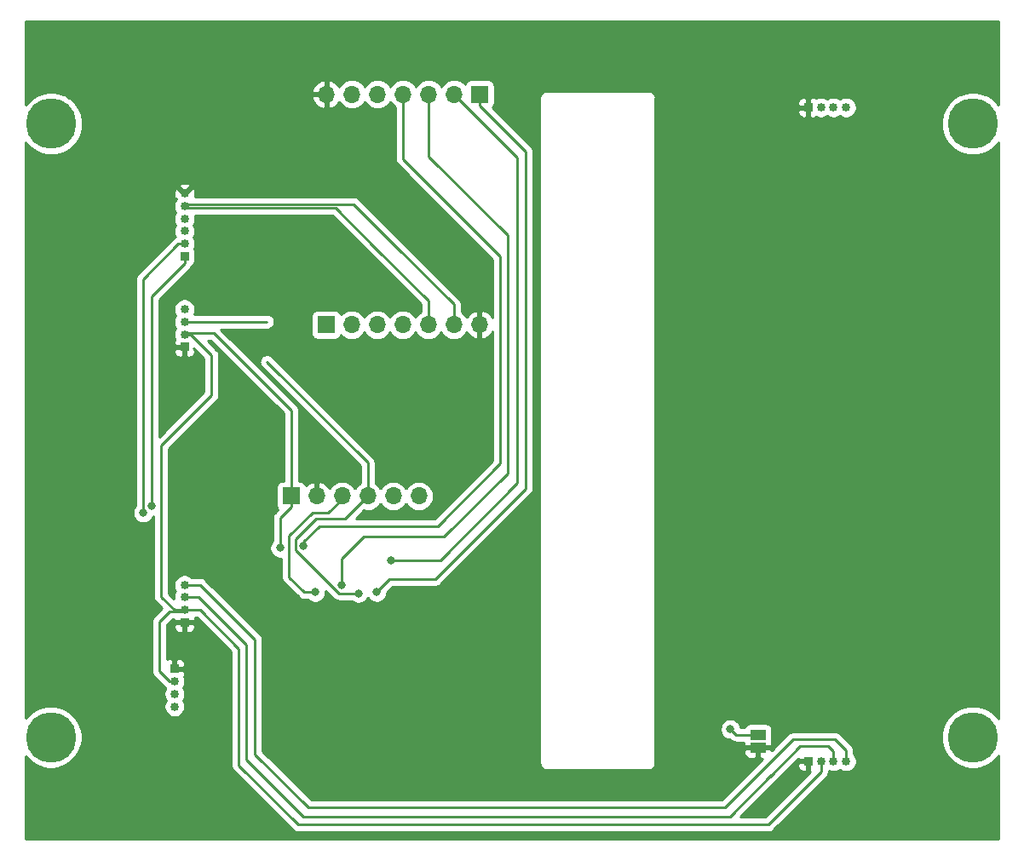
<source format=gbr>
G04 #@! TF.GenerationSoftware,KiCad,Pcbnew,(5.1.2)-2*
G04 #@! TF.CreationDate,2021-05-04T12:01:07-04:00*
G04 #@! TF.ProjectId,Magnetometer_A,4d61676e-6574-46f6-9d65-7465725f412e,rev?*
G04 #@! TF.SameCoordinates,Original*
G04 #@! TF.FileFunction,Copper,L2,Bot*
G04 #@! TF.FilePolarity,Positive*
%FSLAX46Y46*%
G04 Gerber Fmt 4.6, Leading zero omitted, Abs format (unit mm)*
G04 Created by KiCad (PCBNEW (5.1.2)-2) date 2021-05-04 12:01:07*
%MOMM*%
%LPD*%
G04 APERTURE LIST*
%ADD10C,5.000000*%
%ADD11R,0.850000X0.850000*%
%ADD12C,0.850000*%
%ADD13O,1.700000X1.700000*%
%ADD14R,1.700000X1.700000*%
%ADD15R,1.500000X1.000000*%
%ADD16C,0.800000*%
%ADD17C,0.250000*%
%ADD18C,0.254000*%
G04 APERTURE END LIST*
D10*
X42210000Y-105110000D03*
X42260000Y-44110000D03*
X133860000Y-105110000D03*
X133860000Y-44110000D03*
D11*
X117500000Y-107500000D03*
D12*
X118750000Y-107500000D03*
X120000000Y-107500000D03*
X121250000Y-107500000D03*
D11*
X117500000Y-42500000D03*
D12*
X118750000Y-42500000D03*
X120000000Y-42500000D03*
X121250000Y-42500000D03*
X55500000Y-89950000D03*
X55500000Y-91200000D03*
X55500000Y-92450000D03*
D11*
X55500000Y-93700000D03*
D13*
X69600000Y-41190000D03*
X72140000Y-41190000D03*
X74680000Y-41190000D03*
X77220000Y-41190000D03*
X79760000Y-41190000D03*
X82300000Y-41190000D03*
D14*
X84840000Y-41190000D03*
D13*
X84820000Y-64100000D03*
X82280000Y-64100000D03*
X79740000Y-64100000D03*
X77200000Y-64100000D03*
X74660000Y-64100000D03*
X72120000Y-64100000D03*
D14*
X69580000Y-64100000D03*
D11*
X55500000Y-57300000D03*
D12*
X55500000Y-56050000D03*
X55500000Y-54800000D03*
X55500000Y-53550000D03*
X55500000Y-52300000D03*
X55500000Y-51050000D03*
D13*
X78790000Y-81130000D03*
X76250000Y-81130000D03*
X73710000Y-81130000D03*
X71170000Y-81130000D03*
X68630000Y-81130000D03*
D14*
X66090000Y-81130000D03*
D12*
X55500000Y-62550000D03*
X55500000Y-63800000D03*
X55500000Y-65050000D03*
D11*
X55500000Y-66300000D03*
D15*
X112500000Y-104850000D03*
X112500000Y-106150000D03*
D11*
X54500000Y-98300000D03*
D12*
X54500000Y-99550000D03*
X54500000Y-100800000D03*
X54500000Y-102050000D03*
D16*
X109750000Y-104300000D03*
X65000000Y-86300000D03*
X72799996Y-90800000D03*
X68500000Y-90700000D03*
X51400000Y-82800000D03*
X52200000Y-82100000D03*
X76000000Y-87500000D03*
X71100000Y-90000000D03*
X74599998Y-90700000D03*
X67300000Y-86100000D03*
D17*
X110300000Y-104850000D02*
X112500000Y-104850000D01*
X109750000Y-104300000D02*
X110300000Y-104850000D01*
X118750000Y-108550000D02*
X118750000Y-107500000D01*
X117500000Y-109800000D02*
X118750000Y-108550000D01*
X79740000Y-61740000D02*
X79740000Y-64100000D01*
X74500000Y-56500000D02*
X79740000Y-61740000D01*
X82280000Y-62080000D02*
X82280000Y-64100000D01*
X76300000Y-56100000D02*
X82280000Y-62080000D01*
X54000000Y-99550000D02*
X54500000Y-99550000D01*
X53000000Y-98550000D02*
X54000000Y-99550000D01*
X53000000Y-93600000D02*
X53000000Y-98550000D01*
X54000000Y-92600000D02*
X53000000Y-93600000D01*
X55500000Y-92450000D02*
X55350000Y-92600000D01*
X55350000Y-92600000D02*
X54000000Y-92600000D01*
X58400000Y-64900000D02*
X66090000Y-72590000D01*
X55500000Y-65050000D02*
X55650000Y-64900000D01*
X55650000Y-64900000D02*
X58400000Y-64900000D01*
X54898960Y-92450000D02*
X55500000Y-92450000D01*
X54500000Y-92450000D02*
X54898960Y-92450000D01*
X56101040Y-65050000D02*
X58200000Y-67148960D01*
X55500000Y-65050000D02*
X56101040Y-65050000D01*
X58200000Y-67148960D02*
X58200000Y-71100000D01*
X58200000Y-71100000D02*
X53200000Y-76100000D01*
X53200000Y-76100000D02*
X53200000Y-91150000D01*
X53200000Y-91150000D02*
X54500000Y-92450000D01*
X113500000Y-113800000D02*
X117600000Y-109700000D01*
X66800000Y-113800000D02*
X113500000Y-113800000D01*
X60900000Y-107900000D02*
X66800000Y-113800000D01*
X60900000Y-96300000D02*
X60900000Y-107900000D01*
X55500000Y-92450000D02*
X57050000Y-92450000D01*
X57050000Y-92450000D02*
X60900000Y-96300000D01*
X70500000Y-52500000D02*
X74500000Y-56500000D01*
X55500000Y-52300000D02*
X55700000Y-52500000D01*
X55700000Y-52500000D02*
X70500000Y-52500000D01*
X72300000Y-52100000D02*
X76300000Y-56100000D01*
X55500000Y-52300000D02*
X55700000Y-52100000D01*
X55700000Y-52100000D02*
X72300000Y-52100000D01*
X66090000Y-72610000D02*
X66090000Y-81130000D01*
X66100000Y-72600000D02*
X66090000Y-72610000D01*
X66090000Y-82230000D02*
X66090000Y-81130000D01*
X65000000Y-83320000D02*
X66090000Y-82230000D01*
X65000000Y-86300000D02*
X65000000Y-83320000D01*
X55500000Y-63800000D02*
X63700000Y-63800000D01*
X73710000Y-77810000D02*
X73710000Y-81130000D01*
X63700000Y-67800000D02*
X73710000Y-77810000D01*
X72234311Y-90800000D02*
X72799996Y-90800000D01*
X66574999Y-86540684D02*
X70834315Y-90800000D01*
X70834315Y-90800000D02*
X72234311Y-90800000D01*
X66574999Y-85425001D02*
X66574999Y-86540684D01*
X68600000Y-83400000D02*
X66574999Y-85425001D01*
X71440000Y-83400000D02*
X68600000Y-83400000D01*
X73710000Y-81130000D02*
X71440000Y-83400000D01*
X120150000Y-105300000D02*
X116050000Y-105300000D01*
X121250000Y-107500000D02*
X121250000Y-106400000D01*
X121250000Y-106400000D02*
X120150000Y-105300000D01*
X57050000Y-89950000D02*
X55500000Y-89950000D01*
X116000000Y-105300000D02*
X109200000Y-112100000D01*
X67800000Y-112100000D02*
X62500000Y-106800000D01*
X109200000Y-112100000D02*
X67800000Y-112100000D01*
X62500000Y-106800000D02*
X62500000Y-95400000D01*
X116200000Y-105300000D02*
X116000000Y-105300000D01*
X62500000Y-95400000D02*
X57050000Y-89950000D01*
X120000000Y-106500000D02*
X120000000Y-107500000D01*
X119500000Y-106000000D02*
X120000000Y-106500000D01*
X116700000Y-106000000D02*
X119500000Y-106000000D01*
X113700000Y-109000000D02*
X116700000Y-106000000D01*
X109700000Y-113000000D02*
X113800000Y-108900000D01*
X67300000Y-113000000D02*
X109700000Y-113000000D01*
X61600000Y-107300000D02*
X67300000Y-113000000D01*
X61600000Y-95900000D02*
X61600000Y-107300000D01*
X55500000Y-91200000D02*
X56900000Y-91200000D01*
X56900000Y-91200000D02*
X61600000Y-95900000D01*
X71170000Y-81430000D02*
X71170000Y-81130000D01*
X67417157Y-90700000D02*
X65900000Y-89182843D01*
X65900000Y-89182843D02*
X65900000Y-85100000D01*
X65900000Y-85100000D02*
X68200000Y-82800000D01*
X68500000Y-90700000D02*
X67417157Y-90700000D01*
X68200000Y-82800000D02*
X69800000Y-82800000D01*
X69800000Y-82800000D02*
X71170000Y-81430000D01*
X55500000Y-56050000D02*
X54898960Y-56050000D01*
X51400000Y-59548960D02*
X51400000Y-82234315D01*
X54898960Y-56050000D02*
X51400000Y-59548960D01*
X51400000Y-82234315D02*
X51400000Y-82800000D01*
X52200000Y-61275000D02*
X52200000Y-81534315D01*
X52200000Y-81534315D02*
X52200000Y-82100000D01*
X55500000Y-57300000D02*
X55500000Y-57975000D01*
X55500000Y-57975000D02*
X52200000Y-61275000D01*
X80900000Y-87500000D02*
X76565685Y-87500000D01*
X76565685Y-87500000D02*
X76000000Y-87500000D01*
X88600000Y-79800000D02*
X80900000Y-87500000D01*
X88600000Y-47490000D02*
X88600000Y-79800000D01*
X82300000Y-41190000D02*
X88600000Y-47490000D01*
X71100000Y-87400000D02*
X71100000Y-90000000D01*
X79760000Y-47360000D02*
X87600000Y-55200000D01*
X79760000Y-41190000D02*
X79760000Y-47360000D01*
X87600000Y-55200000D02*
X87600000Y-78900000D01*
X87600000Y-78900000D02*
X81300000Y-85200000D01*
X81300000Y-85200000D02*
X73300000Y-85200000D01*
X73300000Y-85200000D02*
X71100000Y-87400000D01*
X74600000Y-90700000D02*
X74599998Y-90700000D01*
X84840000Y-42290000D02*
X89400000Y-46850000D01*
X84840000Y-41190000D02*
X84840000Y-42290000D01*
X89400000Y-46850000D02*
X89400000Y-80400000D01*
X89400000Y-80400000D02*
X80400000Y-89400000D01*
X80400000Y-89400000D02*
X75900000Y-89400000D01*
X75900000Y-89400000D02*
X74600000Y-90700000D01*
X67300000Y-85700000D02*
X67300000Y-86100000D01*
X77220000Y-41190000D02*
X77220000Y-47620000D01*
X86900000Y-57300000D02*
X86900000Y-77900000D01*
X77220000Y-47620000D02*
X86900000Y-57300000D01*
X86900000Y-77900000D02*
X80700000Y-84100000D01*
X80700000Y-84100000D02*
X68900000Y-84100000D01*
X68900000Y-84100000D02*
X67300000Y-85700000D01*
D18*
G36*
X136400000Y-42268527D02*
G01*
X136295114Y-42111554D01*
X135858446Y-41674886D01*
X135344979Y-41331799D01*
X134774446Y-41095476D01*
X134168771Y-40975000D01*
X133551229Y-40975000D01*
X132945554Y-41095476D01*
X132375021Y-41331799D01*
X131861554Y-41674886D01*
X131424886Y-42111554D01*
X131081799Y-42625021D01*
X130845476Y-43195554D01*
X130725000Y-43801229D01*
X130725000Y-44418771D01*
X130845476Y-45024446D01*
X131081799Y-45594979D01*
X131424886Y-46108446D01*
X131861554Y-46545114D01*
X132375021Y-46888201D01*
X132945554Y-47124524D01*
X133551229Y-47245000D01*
X134168771Y-47245000D01*
X134774446Y-47124524D01*
X135344979Y-46888201D01*
X135858446Y-46545114D01*
X136295114Y-46108446D01*
X136400000Y-45951472D01*
X136400001Y-103268529D01*
X136295114Y-103111554D01*
X135858446Y-102674886D01*
X135344979Y-102331799D01*
X134774446Y-102095476D01*
X134168771Y-101975000D01*
X133551229Y-101975000D01*
X132945554Y-102095476D01*
X132375021Y-102331799D01*
X131861554Y-102674886D01*
X131424886Y-103111554D01*
X131081799Y-103625021D01*
X130845476Y-104195554D01*
X130725000Y-104801229D01*
X130725000Y-105418771D01*
X130845476Y-106024446D01*
X131081799Y-106594979D01*
X131424886Y-107108446D01*
X131861554Y-107545114D01*
X132375021Y-107888201D01*
X132945554Y-108124524D01*
X133551229Y-108245000D01*
X134168771Y-108245000D01*
X134774446Y-108124524D01*
X135344979Y-107888201D01*
X135858446Y-107545114D01*
X136295114Y-107108446D01*
X136400001Y-106951471D01*
X136400001Y-115250000D01*
X39720000Y-115250000D01*
X39720000Y-107026303D01*
X39774886Y-107108446D01*
X40211554Y-107545114D01*
X40725021Y-107888201D01*
X41295554Y-108124524D01*
X41901229Y-108245000D01*
X42518771Y-108245000D01*
X43124446Y-108124524D01*
X43694979Y-107888201D01*
X44208446Y-107545114D01*
X44645114Y-107108446D01*
X44988201Y-106594979D01*
X45224524Y-106024446D01*
X45345000Y-105418771D01*
X45345000Y-104801229D01*
X45224524Y-104195554D01*
X44988201Y-103625021D01*
X44645114Y-103111554D01*
X44208446Y-102674886D01*
X43694979Y-102331799D01*
X43124446Y-102095476D01*
X42518771Y-101975000D01*
X41901229Y-101975000D01*
X41295554Y-102095476D01*
X40725021Y-102331799D01*
X40211554Y-102674886D01*
X39774886Y-103111554D01*
X39720000Y-103193697D01*
X39720000Y-82698061D01*
X50365000Y-82698061D01*
X50365000Y-82901939D01*
X50404774Y-83101898D01*
X50482795Y-83290256D01*
X50596063Y-83459774D01*
X50740226Y-83603937D01*
X50909744Y-83717205D01*
X51098102Y-83795226D01*
X51298061Y-83835000D01*
X51501939Y-83835000D01*
X51701898Y-83795226D01*
X51890256Y-83717205D01*
X52059774Y-83603937D01*
X52203937Y-83459774D01*
X52317205Y-83290256D01*
X52388660Y-83117750D01*
X52440000Y-83107538D01*
X52440001Y-91112667D01*
X52436324Y-91150000D01*
X52450998Y-91298985D01*
X52494454Y-91442246D01*
X52565026Y-91574276D01*
X52608004Y-91626644D01*
X52660000Y-91690001D01*
X52688998Y-91713799D01*
X53250198Y-92275000D01*
X52489002Y-93036196D01*
X52459999Y-93059999D01*
X52406071Y-93125711D01*
X52365026Y-93175724D01*
X52352583Y-93199003D01*
X52294454Y-93307754D01*
X52250997Y-93451015D01*
X52240000Y-93562668D01*
X52240000Y-93562678D01*
X52236324Y-93600000D01*
X52240000Y-93637323D01*
X52240001Y-98512668D01*
X52236324Y-98550000D01*
X52250998Y-98698985D01*
X52294454Y-98842246D01*
X52365026Y-98974276D01*
X52418142Y-99038997D01*
X52460000Y-99090001D01*
X52488998Y-99113799D01*
X53436201Y-100061003D01*
X53459999Y-100090001D01*
X53488997Y-100113799D01*
X53575724Y-100184974D01*
X53620208Y-100208752D01*
X53560640Y-100297902D01*
X53480735Y-100490809D01*
X53440000Y-100695599D01*
X53440000Y-100904401D01*
X53480735Y-101109191D01*
X53560640Y-101302098D01*
X53642760Y-101425000D01*
X53560640Y-101547902D01*
X53480735Y-101740809D01*
X53440000Y-101945599D01*
X53440000Y-102154401D01*
X53480735Y-102359191D01*
X53560640Y-102552098D01*
X53676644Y-102725711D01*
X53824289Y-102873356D01*
X53997902Y-102989360D01*
X54190809Y-103069265D01*
X54395599Y-103110000D01*
X54604401Y-103110000D01*
X54809191Y-103069265D01*
X55002098Y-102989360D01*
X55175711Y-102873356D01*
X55323356Y-102725711D01*
X55439360Y-102552098D01*
X55519265Y-102359191D01*
X55560000Y-102154401D01*
X55560000Y-101945599D01*
X55519265Y-101740809D01*
X55439360Y-101547902D01*
X55357240Y-101425000D01*
X55439360Y-101302098D01*
X55519265Y-101109191D01*
X55560000Y-100904401D01*
X55560000Y-100695599D01*
X55519265Y-100490809D01*
X55439360Y-100297902D01*
X55357240Y-100175000D01*
X55439360Y-100052098D01*
X55519265Y-99859191D01*
X55560000Y-99654401D01*
X55560000Y-99445599D01*
X55519265Y-99240809D01*
X55453483Y-99081997D01*
X55455537Y-99079494D01*
X55514502Y-98969180D01*
X55550812Y-98849482D01*
X55563072Y-98725000D01*
X55560000Y-98585750D01*
X55401250Y-98427000D01*
X54627000Y-98427000D01*
X54627000Y-98447000D01*
X54373000Y-98447000D01*
X54373000Y-98427000D01*
X54353000Y-98427000D01*
X54353000Y-98173000D01*
X54373000Y-98173000D01*
X54373000Y-97398750D01*
X54627000Y-97398750D01*
X54627000Y-98173000D01*
X55401250Y-98173000D01*
X55560000Y-98014250D01*
X55563072Y-97875000D01*
X55550812Y-97750518D01*
X55514502Y-97630820D01*
X55455537Y-97520506D01*
X55376185Y-97423815D01*
X55279494Y-97344463D01*
X55169180Y-97285498D01*
X55049482Y-97249188D01*
X54925000Y-97236928D01*
X54785750Y-97240000D01*
X54627000Y-97398750D01*
X54373000Y-97398750D01*
X54214250Y-97240000D01*
X54075000Y-97236928D01*
X53950518Y-97249188D01*
X53830820Y-97285498D01*
X53760000Y-97323353D01*
X53760000Y-94125000D01*
X54436928Y-94125000D01*
X54449188Y-94249482D01*
X54485498Y-94369180D01*
X54544463Y-94479494D01*
X54623815Y-94576185D01*
X54720506Y-94655537D01*
X54830820Y-94714502D01*
X54950518Y-94750812D01*
X55075000Y-94763072D01*
X55214250Y-94760000D01*
X55373000Y-94601250D01*
X55373000Y-93827000D01*
X55627000Y-93827000D01*
X55627000Y-94601250D01*
X55785750Y-94760000D01*
X55925000Y-94763072D01*
X56049482Y-94750812D01*
X56169180Y-94714502D01*
X56279494Y-94655537D01*
X56376185Y-94576185D01*
X56455537Y-94479494D01*
X56514502Y-94369180D01*
X56550812Y-94249482D01*
X56563072Y-94125000D01*
X56560000Y-93985750D01*
X56401250Y-93827000D01*
X55627000Y-93827000D01*
X55373000Y-93827000D01*
X54598750Y-93827000D01*
X54440000Y-93985750D01*
X54436928Y-94125000D01*
X53760000Y-94125000D01*
X53760000Y-93914801D01*
X54314802Y-93360000D01*
X54438803Y-93360000D01*
X54440000Y-93414250D01*
X54598750Y-93573000D01*
X55373000Y-93573000D01*
X55373000Y-93553000D01*
X55627000Y-93553000D01*
X55627000Y-93573000D01*
X56401250Y-93573000D01*
X56560000Y-93414250D01*
X56563072Y-93275000D01*
X56556670Y-93210000D01*
X56735199Y-93210000D01*
X60140000Y-96614802D01*
X60140001Y-107862668D01*
X60136324Y-107900000D01*
X60140001Y-107937333D01*
X60150998Y-108048986D01*
X60159935Y-108078449D01*
X60194454Y-108192246D01*
X60265026Y-108324276D01*
X60328004Y-108401014D01*
X60360000Y-108440001D01*
X60388998Y-108463799D01*
X66236201Y-114311003D01*
X66259999Y-114340001D01*
X66288997Y-114363799D01*
X66375723Y-114434974D01*
X66507753Y-114505546D01*
X66651014Y-114549003D01*
X66762667Y-114560000D01*
X66762677Y-114560000D01*
X66799999Y-114563676D01*
X66837322Y-114560000D01*
X113462678Y-114560000D01*
X113500000Y-114563676D01*
X113537322Y-114560000D01*
X113537333Y-114560000D01*
X113648986Y-114549003D01*
X113792247Y-114505546D01*
X113924276Y-114434974D01*
X114040001Y-114340001D01*
X114063804Y-114310997D01*
X118163799Y-110211003D01*
X118163803Y-110210998D01*
X119261004Y-109113798D01*
X119290001Y-109090001D01*
X119363863Y-109000000D01*
X119384974Y-108974277D01*
X119455546Y-108842247D01*
X119455546Y-108842246D01*
X119499003Y-108698986D01*
X119510000Y-108587333D01*
X119510000Y-108587323D01*
X119513676Y-108550000D01*
X119510000Y-108512677D01*
X119510000Y-108444371D01*
X119690809Y-108519265D01*
X119895599Y-108560000D01*
X120104401Y-108560000D01*
X120309191Y-108519265D01*
X120502098Y-108439360D01*
X120625000Y-108357240D01*
X120747902Y-108439360D01*
X120940809Y-108519265D01*
X121145599Y-108560000D01*
X121354401Y-108560000D01*
X121559191Y-108519265D01*
X121752098Y-108439360D01*
X121925711Y-108323356D01*
X122073356Y-108175711D01*
X122189360Y-108002098D01*
X122269265Y-107809191D01*
X122310000Y-107604401D01*
X122310000Y-107395599D01*
X122269265Y-107190809D01*
X122189360Y-106997902D01*
X122073356Y-106824289D01*
X122010000Y-106760933D01*
X122010000Y-106437323D01*
X122013676Y-106400000D01*
X122010000Y-106362677D01*
X122010000Y-106362667D01*
X121999003Y-106251014D01*
X121955546Y-106107753D01*
X121948437Y-106094454D01*
X121884974Y-105975723D01*
X121813799Y-105888997D01*
X121790001Y-105859999D01*
X121761003Y-105836201D01*
X120713804Y-104789002D01*
X120690001Y-104759999D01*
X120574276Y-104665026D01*
X120442247Y-104594454D01*
X120298986Y-104550997D01*
X120187333Y-104540000D01*
X120187322Y-104540000D01*
X120150000Y-104536324D01*
X120112678Y-104540000D01*
X116037322Y-104540000D01*
X115999999Y-104536324D01*
X115962676Y-104540000D01*
X115962667Y-104540000D01*
X115851014Y-104550997D01*
X115707753Y-104594454D01*
X115575724Y-104665026D01*
X115459999Y-104759999D01*
X115436201Y-104788997D01*
X113837224Y-106387974D01*
X113726250Y-106277000D01*
X112627000Y-106277000D01*
X112627000Y-107126250D01*
X112785750Y-107285000D01*
X112939183Y-107286015D01*
X108885199Y-111340000D01*
X68114802Y-111340000D01*
X63260000Y-106485199D01*
X63260000Y-95437323D01*
X63263676Y-95400000D01*
X63260000Y-95362677D01*
X63260000Y-95362667D01*
X63249003Y-95251014D01*
X63205546Y-95107753D01*
X63134974Y-94975723D01*
X63063799Y-94888997D01*
X63040001Y-94859999D01*
X63011003Y-94836201D01*
X57613804Y-89439003D01*
X57590001Y-89409999D01*
X57474276Y-89315026D01*
X57342247Y-89244454D01*
X57198986Y-89200997D01*
X57087333Y-89190000D01*
X57087322Y-89190000D01*
X57050000Y-89186324D01*
X57012678Y-89190000D01*
X56239067Y-89190000D01*
X56175711Y-89126644D01*
X56002098Y-89010640D01*
X55809191Y-88930735D01*
X55604401Y-88890000D01*
X55395599Y-88890000D01*
X55190809Y-88930735D01*
X54997902Y-89010640D01*
X54824289Y-89126644D01*
X54676644Y-89274289D01*
X54560640Y-89447902D01*
X54480735Y-89640809D01*
X54440000Y-89845599D01*
X54440000Y-90054401D01*
X54480735Y-90259191D01*
X54560640Y-90452098D01*
X54642760Y-90575000D01*
X54560640Y-90697902D01*
X54480735Y-90890809D01*
X54440000Y-91095599D01*
X54440000Y-91304401D01*
X54442681Y-91317879D01*
X53960000Y-90835199D01*
X53960000Y-76414801D01*
X58711003Y-71663799D01*
X58740001Y-71640001D01*
X58834974Y-71524276D01*
X58905546Y-71392247D01*
X58949003Y-71248986D01*
X58960000Y-71137333D01*
X58960000Y-71137323D01*
X58963676Y-71100000D01*
X58960000Y-71062677D01*
X58960000Y-67186285D01*
X58963676Y-67148960D01*
X58960000Y-67111635D01*
X58960000Y-67111627D01*
X58949003Y-66999974D01*
X58905546Y-66856713D01*
X58834974Y-66724684D01*
X58740001Y-66608959D01*
X58711004Y-66585162D01*
X57785842Y-65660000D01*
X58085199Y-65660000D01*
X65330000Y-72904802D01*
X65330001Y-79641928D01*
X65240000Y-79641928D01*
X65115518Y-79654188D01*
X64995820Y-79690498D01*
X64885506Y-79749463D01*
X64788815Y-79828815D01*
X64709463Y-79925506D01*
X64650498Y-80035820D01*
X64614188Y-80155518D01*
X64601928Y-80280000D01*
X64601928Y-81980000D01*
X64614188Y-82104482D01*
X64650498Y-82224180D01*
X64709463Y-82334494D01*
X64788815Y-82431185D01*
X64802655Y-82442543D01*
X64488998Y-82756201D01*
X64460000Y-82779999D01*
X64436202Y-82808997D01*
X64436201Y-82808998D01*
X64365026Y-82895724D01*
X64294454Y-83027754D01*
X64271964Y-83101898D01*
X64250998Y-83171014D01*
X64240001Y-83282667D01*
X64236324Y-83320000D01*
X64240001Y-83357332D01*
X64240000Y-85596289D01*
X64196063Y-85640226D01*
X64082795Y-85809744D01*
X64004774Y-85998102D01*
X63965000Y-86198061D01*
X63965000Y-86401939D01*
X64004774Y-86601898D01*
X64082795Y-86790256D01*
X64196063Y-86959774D01*
X64340226Y-87103937D01*
X64509744Y-87217205D01*
X64698102Y-87295226D01*
X64898061Y-87335000D01*
X65101939Y-87335000D01*
X65140000Y-87327429D01*
X65140000Y-89145520D01*
X65136324Y-89182843D01*
X65140000Y-89220165D01*
X65140000Y-89220175D01*
X65150997Y-89331828D01*
X65174710Y-89409999D01*
X65194454Y-89475089D01*
X65265026Y-89607119D01*
X65292675Y-89640809D01*
X65359999Y-89722844D01*
X65389003Y-89746647D01*
X66853358Y-91211003D01*
X66877156Y-91240001D01*
X66906154Y-91263799D01*
X66992880Y-91334974D01*
X67095826Y-91390000D01*
X67124910Y-91405546D01*
X67268171Y-91449003D01*
X67379824Y-91460000D01*
X67379834Y-91460000D01*
X67417156Y-91463676D01*
X67454479Y-91460000D01*
X67796289Y-91460000D01*
X67840226Y-91503937D01*
X68009744Y-91617205D01*
X68198102Y-91695226D01*
X68398061Y-91735000D01*
X68601939Y-91735000D01*
X68801898Y-91695226D01*
X68990256Y-91617205D01*
X69159774Y-91503937D01*
X69303937Y-91359774D01*
X69417205Y-91190256D01*
X69495226Y-91001898D01*
X69535000Y-90801939D01*
X69535000Y-90598061D01*
X69529395Y-90569883D01*
X70270520Y-91311008D01*
X70294314Y-91340001D01*
X70323307Y-91363795D01*
X70323311Y-91363799D01*
X70374181Y-91405546D01*
X70410039Y-91434974D01*
X70542068Y-91505546D01*
X70685329Y-91549003D01*
X70796982Y-91560000D01*
X70796991Y-91560000D01*
X70834314Y-91563676D01*
X70871637Y-91560000D01*
X72096285Y-91560000D01*
X72140222Y-91603937D01*
X72309740Y-91717205D01*
X72498098Y-91795226D01*
X72698057Y-91835000D01*
X72901935Y-91835000D01*
X73101894Y-91795226D01*
X73290252Y-91717205D01*
X73459770Y-91603937D01*
X73603933Y-91459774D01*
X73717201Y-91290256D01*
X73729604Y-91260313D01*
X73796061Y-91359774D01*
X73940224Y-91503937D01*
X74109742Y-91617205D01*
X74298100Y-91695226D01*
X74498059Y-91735000D01*
X74701937Y-91735000D01*
X74901896Y-91695226D01*
X75090254Y-91617205D01*
X75259772Y-91503937D01*
X75403935Y-91359774D01*
X75517203Y-91190256D01*
X75595224Y-91001898D01*
X75634998Y-90801939D01*
X75634998Y-90739803D01*
X76214802Y-90160000D01*
X80362678Y-90160000D01*
X80400000Y-90163676D01*
X80437322Y-90160000D01*
X80437333Y-90160000D01*
X80548986Y-90149003D01*
X80692247Y-90105546D01*
X80824276Y-90034974D01*
X80940001Y-89940001D01*
X80963804Y-89910997D01*
X89911003Y-80963799D01*
X89940001Y-80940001D01*
X90000567Y-80866201D01*
X90034974Y-80824277D01*
X90105546Y-80692247D01*
X90136562Y-80589999D01*
X90149003Y-80548986D01*
X90160000Y-80437333D01*
X90160000Y-80437324D01*
X90163676Y-80400001D01*
X90160000Y-80362678D01*
X90160000Y-46887323D01*
X90163676Y-46850000D01*
X90160000Y-46812677D01*
X90160000Y-46812667D01*
X90149003Y-46701014D01*
X90105546Y-46557753D01*
X90034974Y-46425724D01*
X89940001Y-46309999D01*
X89911004Y-46286202D01*
X86127345Y-42502543D01*
X86141185Y-42491185D01*
X86220537Y-42394494D01*
X86279502Y-42284180D01*
X86315812Y-42164482D01*
X86328072Y-42040000D01*
X86328072Y-41510000D01*
X90796807Y-41510000D01*
X90800001Y-41542430D01*
X90800000Y-107677581D01*
X90796807Y-107710000D01*
X90809550Y-107839383D01*
X90847290Y-107963793D01*
X90908575Y-108078450D01*
X90968113Y-108150997D01*
X90991052Y-108178948D01*
X91091550Y-108261425D01*
X91206207Y-108322710D01*
X91330617Y-108360450D01*
X91460000Y-108373193D01*
X91492419Y-108370000D01*
X101627581Y-108370000D01*
X101660000Y-108373193D01*
X101692419Y-108370000D01*
X101789383Y-108360450D01*
X101913793Y-108322710D01*
X102028450Y-108261425D01*
X102128948Y-108178948D01*
X102211425Y-108078450D01*
X102272710Y-107963793D01*
X102310450Y-107839383D01*
X102323193Y-107710000D01*
X102320000Y-107677581D01*
X102320000Y-106650000D01*
X111111928Y-106650000D01*
X111124188Y-106774482D01*
X111160498Y-106894180D01*
X111219463Y-107004494D01*
X111298815Y-107101185D01*
X111395506Y-107180537D01*
X111505820Y-107239502D01*
X111625518Y-107275812D01*
X111750000Y-107288072D01*
X112214250Y-107285000D01*
X112373000Y-107126250D01*
X112373000Y-106277000D01*
X111273750Y-106277000D01*
X111115000Y-106435750D01*
X111111928Y-106650000D01*
X102320000Y-106650000D01*
X102320000Y-104198061D01*
X108715000Y-104198061D01*
X108715000Y-104401939D01*
X108754774Y-104601898D01*
X108832795Y-104790256D01*
X108946063Y-104959774D01*
X109090226Y-105103937D01*
X109259744Y-105217205D01*
X109448102Y-105295226D01*
X109648061Y-105335000D01*
X109710197Y-105335000D01*
X109736205Y-105361007D01*
X109759999Y-105390001D01*
X109788992Y-105413795D01*
X109788996Y-105413799D01*
X109845292Y-105459999D01*
X109875724Y-105484974D01*
X110007753Y-105555546D01*
X110151014Y-105599003D01*
X110262667Y-105610000D01*
X110262676Y-105610000D01*
X110299999Y-105613676D01*
X110337322Y-105610000D01*
X111115868Y-105610000D01*
X111111928Y-105650000D01*
X111115000Y-105864250D01*
X111273750Y-106023000D01*
X112373000Y-106023000D01*
X112373000Y-106003000D01*
X112627000Y-106003000D01*
X112627000Y-106023000D01*
X113726250Y-106023000D01*
X113885000Y-105864250D01*
X113888072Y-105650000D01*
X113875812Y-105525518D01*
X113868071Y-105500000D01*
X113875812Y-105474482D01*
X113888072Y-105350000D01*
X113888072Y-104350000D01*
X113875812Y-104225518D01*
X113839502Y-104105820D01*
X113780537Y-103995506D01*
X113701185Y-103898815D01*
X113604494Y-103819463D01*
X113494180Y-103760498D01*
X113374482Y-103724188D01*
X113250000Y-103711928D01*
X111750000Y-103711928D01*
X111625518Y-103724188D01*
X111505820Y-103760498D01*
X111395506Y-103819463D01*
X111298815Y-103898815D01*
X111219463Y-103995506D01*
X111168954Y-104090000D01*
X110763506Y-104090000D01*
X110745226Y-103998102D01*
X110667205Y-103809744D01*
X110553937Y-103640226D01*
X110409774Y-103496063D01*
X110240256Y-103382795D01*
X110051898Y-103304774D01*
X109851939Y-103265000D01*
X109648061Y-103265000D01*
X109448102Y-103304774D01*
X109259744Y-103382795D01*
X109090226Y-103496063D01*
X108946063Y-103640226D01*
X108832795Y-103809744D01*
X108754774Y-103998102D01*
X108715000Y-104198061D01*
X102320000Y-104198061D01*
X102320000Y-42925000D01*
X116436928Y-42925000D01*
X116449188Y-43049482D01*
X116485498Y-43169180D01*
X116544463Y-43279494D01*
X116623815Y-43376185D01*
X116720506Y-43455537D01*
X116830820Y-43514502D01*
X116950518Y-43550812D01*
X117075000Y-43563072D01*
X117214250Y-43560000D01*
X117373000Y-43401250D01*
X117373000Y-42627000D01*
X116598750Y-42627000D01*
X116440000Y-42785750D01*
X116436928Y-42925000D01*
X102320000Y-42925000D01*
X102320000Y-42075000D01*
X116436928Y-42075000D01*
X116440000Y-42214250D01*
X116598750Y-42373000D01*
X117373000Y-42373000D01*
X117373000Y-41598750D01*
X117627000Y-41598750D01*
X117627000Y-42373000D01*
X117647000Y-42373000D01*
X117647000Y-42627000D01*
X117627000Y-42627000D01*
X117627000Y-43401250D01*
X117785750Y-43560000D01*
X117925000Y-43563072D01*
X118049482Y-43550812D01*
X118169180Y-43514502D01*
X118279494Y-43455537D01*
X118281997Y-43453483D01*
X118440809Y-43519265D01*
X118645599Y-43560000D01*
X118854401Y-43560000D01*
X119059191Y-43519265D01*
X119252098Y-43439360D01*
X119375000Y-43357240D01*
X119497902Y-43439360D01*
X119690809Y-43519265D01*
X119895599Y-43560000D01*
X120104401Y-43560000D01*
X120309191Y-43519265D01*
X120502098Y-43439360D01*
X120625000Y-43357240D01*
X120747902Y-43439360D01*
X120940809Y-43519265D01*
X121145599Y-43560000D01*
X121354401Y-43560000D01*
X121559191Y-43519265D01*
X121752098Y-43439360D01*
X121925711Y-43323356D01*
X122073356Y-43175711D01*
X122189360Y-43002098D01*
X122269265Y-42809191D01*
X122310000Y-42604401D01*
X122310000Y-42395599D01*
X122269265Y-42190809D01*
X122189360Y-41997902D01*
X122073356Y-41824289D01*
X121925711Y-41676644D01*
X121752098Y-41560640D01*
X121559191Y-41480735D01*
X121354401Y-41440000D01*
X121145599Y-41440000D01*
X120940809Y-41480735D01*
X120747902Y-41560640D01*
X120625000Y-41642760D01*
X120502098Y-41560640D01*
X120309191Y-41480735D01*
X120104401Y-41440000D01*
X119895599Y-41440000D01*
X119690809Y-41480735D01*
X119497902Y-41560640D01*
X119375000Y-41642760D01*
X119252098Y-41560640D01*
X119059191Y-41480735D01*
X118854401Y-41440000D01*
X118645599Y-41440000D01*
X118440809Y-41480735D01*
X118281997Y-41546517D01*
X118279494Y-41544463D01*
X118169180Y-41485498D01*
X118049482Y-41449188D01*
X117925000Y-41436928D01*
X117785750Y-41440000D01*
X117627000Y-41598750D01*
X117373000Y-41598750D01*
X117214250Y-41440000D01*
X117075000Y-41436928D01*
X116950518Y-41449188D01*
X116830820Y-41485498D01*
X116720506Y-41544463D01*
X116623815Y-41623815D01*
X116544463Y-41720506D01*
X116485498Y-41830820D01*
X116449188Y-41950518D01*
X116436928Y-42075000D01*
X102320000Y-42075000D01*
X102320000Y-41542419D01*
X102323193Y-41510000D01*
X102310450Y-41380617D01*
X102272710Y-41256207D01*
X102211425Y-41141550D01*
X102128948Y-41041052D01*
X102028450Y-40958575D01*
X101913793Y-40897290D01*
X101789383Y-40859550D01*
X101692419Y-40850000D01*
X101660000Y-40846807D01*
X101627581Y-40850000D01*
X91492419Y-40850000D01*
X91460000Y-40846807D01*
X91427581Y-40850000D01*
X91330617Y-40859550D01*
X91206207Y-40897290D01*
X91091550Y-40958575D01*
X90991052Y-41041052D01*
X90908575Y-41141550D01*
X90847290Y-41256207D01*
X90809550Y-41380617D01*
X90796807Y-41510000D01*
X86328072Y-41510000D01*
X86328072Y-40340000D01*
X86315812Y-40215518D01*
X86279502Y-40095820D01*
X86220537Y-39985506D01*
X86141185Y-39888815D01*
X86044494Y-39809463D01*
X85934180Y-39750498D01*
X85814482Y-39714188D01*
X85690000Y-39701928D01*
X83990000Y-39701928D01*
X83865518Y-39714188D01*
X83745820Y-39750498D01*
X83635506Y-39809463D01*
X83538815Y-39888815D01*
X83459463Y-39985506D01*
X83400498Y-40095820D01*
X83379607Y-40164687D01*
X83355134Y-40134866D01*
X83129014Y-39949294D01*
X82871034Y-39811401D01*
X82591111Y-39726487D01*
X82372950Y-39705000D01*
X82227050Y-39705000D01*
X82008889Y-39726487D01*
X81728966Y-39811401D01*
X81470986Y-39949294D01*
X81244866Y-40134866D01*
X81059294Y-40360986D01*
X81030000Y-40415791D01*
X81000706Y-40360986D01*
X80815134Y-40134866D01*
X80589014Y-39949294D01*
X80331034Y-39811401D01*
X80051111Y-39726487D01*
X79832950Y-39705000D01*
X79687050Y-39705000D01*
X79468889Y-39726487D01*
X79188966Y-39811401D01*
X78930986Y-39949294D01*
X78704866Y-40134866D01*
X78519294Y-40360986D01*
X78490000Y-40415791D01*
X78460706Y-40360986D01*
X78275134Y-40134866D01*
X78049014Y-39949294D01*
X77791034Y-39811401D01*
X77511111Y-39726487D01*
X77292950Y-39705000D01*
X77147050Y-39705000D01*
X76928889Y-39726487D01*
X76648966Y-39811401D01*
X76390986Y-39949294D01*
X76164866Y-40134866D01*
X75979294Y-40360986D01*
X75950000Y-40415791D01*
X75920706Y-40360986D01*
X75735134Y-40134866D01*
X75509014Y-39949294D01*
X75251034Y-39811401D01*
X74971111Y-39726487D01*
X74752950Y-39705000D01*
X74607050Y-39705000D01*
X74388889Y-39726487D01*
X74108966Y-39811401D01*
X73850986Y-39949294D01*
X73624866Y-40134866D01*
X73439294Y-40360986D01*
X73410000Y-40415791D01*
X73380706Y-40360986D01*
X73195134Y-40134866D01*
X72969014Y-39949294D01*
X72711034Y-39811401D01*
X72431111Y-39726487D01*
X72212950Y-39705000D01*
X72067050Y-39705000D01*
X71848889Y-39726487D01*
X71568966Y-39811401D01*
X71310986Y-39949294D01*
X71084866Y-40134866D01*
X70899294Y-40360986D01*
X70864799Y-40425523D01*
X70795178Y-40308645D01*
X70600269Y-40092412D01*
X70366920Y-39918359D01*
X70104099Y-39793175D01*
X69956890Y-39748524D01*
X69727000Y-39869845D01*
X69727000Y-41063000D01*
X69747000Y-41063000D01*
X69747000Y-41317000D01*
X69727000Y-41317000D01*
X69727000Y-42510155D01*
X69956890Y-42631476D01*
X70104099Y-42586825D01*
X70366920Y-42461641D01*
X70600269Y-42287588D01*
X70795178Y-42071355D01*
X70864799Y-41954477D01*
X70899294Y-42019014D01*
X71084866Y-42245134D01*
X71310986Y-42430706D01*
X71568966Y-42568599D01*
X71848889Y-42653513D01*
X72067050Y-42675000D01*
X72212950Y-42675000D01*
X72431111Y-42653513D01*
X72711034Y-42568599D01*
X72969014Y-42430706D01*
X73195134Y-42245134D01*
X73380706Y-42019014D01*
X73410000Y-41964209D01*
X73439294Y-42019014D01*
X73624866Y-42245134D01*
X73850986Y-42430706D01*
X74108966Y-42568599D01*
X74388889Y-42653513D01*
X74607050Y-42675000D01*
X74752950Y-42675000D01*
X74971111Y-42653513D01*
X75251034Y-42568599D01*
X75509014Y-42430706D01*
X75735134Y-42245134D01*
X75920706Y-42019014D01*
X75950000Y-41964209D01*
X75979294Y-42019014D01*
X76164866Y-42245134D01*
X76390986Y-42430706D01*
X76460000Y-42467595D01*
X76460001Y-47582668D01*
X76456324Y-47620000D01*
X76460001Y-47657333D01*
X76470998Y-47768986D01*
X76475636Y-47784276D01*
X76514454Y-47912246D01*
X76585026Y-48044276D01*
X76651253Y-48124973D01*
X76680000Y-48160001D01*
X76708998Y-48183799D01*
X86140000Y-57614802D01*
X86140000Y-63428194D01*
X86015178Y-63218645D01*
X85820269Y-63002412D01*
X85586920Y-62828359D01*
X85324099Y-62703175D01*
X85176890Y-62658524D01*
X84947000Y-62779845D01*
X84947000Y-63973000D01*
X84967000Y-63973000D01*
X84967000Y-64227000D01*
X84947000Y-64227000D01*
X84947000Y-65420155D01*
X85176890Y-65541476D01*
X85324099Y-65496825D01*
X85586920Y-65371641D01*
X85820269Y-65197588D01*
X86015178Y-64981355D01*
X86140000Y-64771806D01*
X86140001Y-77585197D01*
X80385199Y-83340000D01*
X72574801Y-83340000D01*
X73344005Y-82570797D01*
X73418889Y-82593513D01*
X73637050Y-82615000D01*
X73782950Y-82615000D01*
X74001111Y-82593513D01*
X74281034Y-82508599D01*
X74539014Y-82370706D01*
X74765134Y-82185134D01*
X74950706Y-81959014D01*
X74980000Y-81904209D01*
X75009294Y-81959014D01*
X75194866Y-82185134D01*
X75420986Y-82370706D01*
X75678966Y-82508599D01*
X75958889Y-82593513D01*
X76177050Y-82615000D01*
X76322950Y-82615000D01*
X76541111Y-82593513D01*
X76821034Y-82508599D01*
X77079014Y-82370706D01*
X77305134Y-82185134D01*
X77490706Y-81959014D01*
X77520000Y-81904209D01*
X77549294Y-81959014D01*
X77734866Y-82185134D01*
X77960986Y-82370706D01*
X78218966Y-82508599D01*
X78498889Y-82593513D01*
X78717050Y-82615000D01*
X78862950Y-82615000D01*
X79081111Y-82593513D01*
X79361034Y-82508599D01*
X79619014Y-82370706D01*
X79845134Y-82185134D01*
X80030706Y-81959014D01*
X80168599Y-81701034D01*
X80253513Y-81421111D01*
X80282185Y-81130000D01*
X80253513Y-80838889D01*
X80168599Y-80558966D01*
X80030706Y-80300986D01*
X79845134Y-80074866D01*
X79619014Y-79889294D01*
X79361034Y-79751401D01*
X79081111Y-79666487D01*
X78862950Y-79645000D01*
X78717050Y-79645000D01*
X78498889Y-79666487D01*
X78218966Y-79751401D01*
X77960986Y-79889294D01*
X77734866Y-80074866D01*
X77549294Y-80300986D01*
X77520000Y-80355791D01*
X77490706Y-80300986D01*
X77305134Y-80074866D01*
X77079014Y-79889294D01*
X76821034Y-79751401D01*
X76541111Y-79666487D01*
X76322950Y-79645000D01*
X76177050Y-79645000D01*
X75958889Y-79666487D01*
X75678966Y-79751401D01*
X75420986Y-79889294D01*
X75194866Y-80074866D01*
X75009294Y-80300986D01*
X74980000Y-80355791D01*
X74950706Y-80300986D01*
X74765134Y-80074866D01*
X74539014Y-79889294D01*
X74470000Y-79852405D01*
X74470000Y-77847325D01*
X74473676Y-77810000D01*
X74470000Y-77772675D01*
X74470000Y-77772667D01*
X74459003Y-77661014D01*
X74415546Y-77517753D01*
X74344974Y-77385724D01*
X74250001Y-77269999D01*
X74221004Y-77246202D01*
X64211002Y-67236201D01*
X64124276Y-67165026D01*
X63992246Y-67094454D01*
X63848985Y-67050998D01*
X63700000Y-67036324D01*
X63551015Y-67050998D01*
X63407754Y-67094454D01*
X63275724Y-67165026D01*
X63159999Y-67259999D01*
X63065026Y-67375724D01*
X62994454Y-67507754D01*
X62950998Y-67651015D01*
X62936324Y-67800000D01*
X62950998Y-67948985D01*
X62994454Y-68092246D01*
X63065026Y-68224276D01*
X63136201Y-68311002D01*
X72950000Y-78124802D01*
X72950001Y-79852405D01*
X72880986Y-79889294D01*
X72654866Y-80074866D01*
X72469294Y-80300986D01*
X72440000Y-80355791D01*
X72410706Y-80300986D01*
X72225134Y-80074866D01*
X71999014Y-79889294D01*
X71741034Y-79751401D01*
X71461111Y-79666487D01*
X71242950Y-79645000D01*
X71097050Y-79645000D01*
X70878889Y-79666487D01*
X70598966Y-79751401D01*
X70340986Y-79889294D01*
X70114866Y-80074866D01*
X69929294Y-80300986D01*
X69894799Y-80365523D01*
X69825178Y-80248645D01*
X69630269Y-80032412D01*
X69396920Y-79858359D01*
X69134099Y-79733175D01*
X68986890Y-79688524D01*
X68757000Y-79809845D01*
X68757000Y-81003000D01*
X68777000Y-81003000D01*
X68777000Y-81257000D01*
X68757000Y-81257000D01*
X68757000Y-81277000D01*
X68503000Y-81277000D01*
X68503000Y-81257000D01*
X68483000Y-81257000D01*
X68483000Y-81003000D01*
X68503000Y-81003000D01*
X68503000Y-79809845D01*
X68273110Y-79688524D01*
X68125901Y-79733175D01*
X67863080Y-79858359D01*
X67629731Y-80032412D01*
X67553966Y-80116466D01*
X67529502Y-80035820D01*
X67470537Y-79925506D01*
X67391185Y-79828815D01*
X67294494Y-79749463D01*
X67184180Y-79690498D01*
X67064482Y-79654188D01*
X66940000Y-79641928D01*
X66850000Y-79641928D01*
X66850000Y-72738853D01*
X66863676Y-72600001D01*
X66849002Y-72451015D01*
X66805546Y-72307754D01*
X66734974Y-72175725D01*
X66640001Y-72059999D01*
X66611003Y-72036201D01*
X59134801Y-64560000D01*
X63737333Y-64560000D01*
X63848986Y-64549003D01*
X63992247Y-64505546D01*
X64124276Y-64434974D01*
X64240001Y-64340001D01*
X64334974Y-64224276D01*
X64405546Y-64092247D01*
X64449003Y-63948986D01*
X64463677Y-63800000D01*
X64449003Y-63651014D01*
X64405546Y-63507753D01*
X64334974Y-63375724D01*
X64240001Y-63259999D01*
X64124276Y-63165026D01*
X63992247Y-63094454D01*
X63848986Y-63050997D01*
X63737333Y-63040000D01*
X56444371Y-63040000D01*
X56519265Y-62859191D01*
X56560000Y-62654401D01*
X56560000Y-62445599D01*
X56519265Y-62240809D01*
X56439360Y-62047902D01*
X56323356Y-61874289D01*
X56175711Y-61726644D01*
X56002098Y-61610640D01*
X55809191Y-61530735D01*
X55604401Y-61490000D01*
X55395599Y-61490000D01*
X55190809Y-61530735D01*
X54997902Y-61610640D01*
X54824289Y-61726644D01*
X54676644Y-61874289D01*
X54560640Y-62047902D01*
X54480735Y-62240809D01*
X54440000Y-62445599D01*
X54440000Y-62654401D01*
X54480735Y-62859191D01*
X54560640Y-63052098D01*
X54642760Y-63175000D01*
X54560640Y-63297902D01*
X54480735Y-63490809D01*
X54440000Y-63695599D01*
X54440000Y-63904401D01*
X54480735Y-64109191D01*
X54560640Y-64302098D01*
X54642760Y-64425000D01*
X54560640Y-64547902D01*
X54480735Y-64740809D01*
X54440000Y-64945599D01*
X54440000Y-65154401D01*
X54480735Y-65359191D01*
X54546517Y-65518003D01*
X54544463Y-65520506D01*
X54485498Y-65630820D01*
X54449188Y-65750518D01*
X54436928Y-65875000D01*
X54440000Y-66014250D01*
X54598750Y-66173000D01*
X55373000Y-66173000D01*
X55373000Y-66153000D01*
X55627000Y-66153000D01*
X55627000Y-66173000D01*
X55647000Y-66173000D01*
X55647000Y-66427000D01*
X55627000Y-66427000D01*
X55627000Y-67201250D01*
X55785750Y-67360000D01*
X55925000Y-67363072D01*
X56049482Y-67350812D01*
X56169180Y-67314502D01*
X56279494Y-67255537D01*
X56376185Y-67176185D01*
X56455537Y-67079494D01*
X56514502Y-66969180D01*
X56550812Y-66849482D01*
X56563072Y-66725000D01*
X56560000Y-66585750D01*
X56401252Y-66427002D01*
X56403241Y-66427002D01*
X57440000Y-67463762D01*
X57440001Y-70785197D01*
X52960000Y-75265199D01*
X52960000Y-66725000D01*
X54436928Y-66725000D01*
X54449188Y-66849482D01*
X54485498Y-66969180D01*
X54544463Y-67079494D01*
X54623815Y-67176185D01*
X54720506Y-67255537D01*
X54830820Y-67314502D01*
X54950518Y-67350812D01*
X55075000Y-67363072D01*
X55214250Y-67360000D01*
X55373000Y-67201250D01*
X55373000Y-66427000D01*
X54598750Y-66427000D01*
X54440000Y-66585750D01*
X54436928Y-66725000D01*
X52960000Y-66725000D01*
X52960000Y-61589801D01*
X56011003Y-58538799D01*
X56040001Y-58515001D01*
X56134974Y-58399276D01*
X56184730Y-58306190D01*
X56279494Y-58255537D01*
X56376185Y-58176185D01*
X56455537Y-58079494D01*
X56514502Y-57969180D01*
X56550812Y-57849482D01*
X56563072Y-57725000D01*
X56563072Y-56875000D01*
X56550812Y-56750518D01*
X56514502Y-56630820D01*
X56455537Y-56520506D01*
X56453483Y-56518003D01*
X56519265Y-56359191D01*
X56560000Y-56154401D01*
X56560000Y-55945599D01*
X56519265Y-55740809D01*
X56439360Y-55547902D01*
X56357240Y-55425000D01*
X56439360Y-55302098D01*
X56519265Y-55109191D01*
X56560000Y-54904401D01*
X56560000Y-54695599D01*
X56519265Y-54490809D01*
X56439360Y-54297902D01*
X56357240Y-54175000D01*
X56439360Y-54052098D01*
X56519265Y-53859191D01*
X56560000Y-53654401D01*
X56560000Y-53445599D01*
X56523082Y-53260000D01*
X70185199Y-53260000D01*
X73988997Y-57063799D01*
X73989003Y-57063804D01*
X78980000Y-62054802D01*
X78980000Y-62822405D01*
X78910986Y-62859294D01*
X78684866Y-63044866D01*
X78499294Y-63270986D01*
X78470000Y-63325791D01*
X78440706Y-63270986D01*
X78255134Y-63044866D01*
X78029014Y-62859294D01*
X77771034Y-62721401D01*
X77491111Y-62636487D01*
X77272950Y-62615000D01*
X77127050Y-62615000D01*
X76908889Y-62636487D01*
X76628966Y-62721401D01*
X76370986Y-62859294D01*
X76144866Y-63044866D01*
X75959294Y-63270986D01*
X75930000Y-63325791D01*
X75900706Y-63270986D01*
X75715134Y-63044866D01*
X75489014Y-62859294D01*
X75231034Y-62721401D01*
X74951111Y-62636487D01*
X74732950Y-62615000D01*
X74587050Y-62615000D01*
X74368889Y-62636487D01*
X74088966Y-62721401D01*
X73830986Y-62859294D01*
X73604866Y-63044866D01*
X73419294Y-63270986D01*
X73390000Y-63325791D01*
X73360706Y-63270986D01*
X73175134Y-63044866D01*
X72949014Y-62859294D01*
X72691034Y-62721401D01*
X72411111Y-62636487D01*
X72192950Y-62615000D01*
X72047050Y-62615000D01*
X71828889Y-62636487D01*
X71548966Y-62721401D01*
X71290986Y-62859294D01*
X71064866Y-63044866D01*
X71040393Y-63074687D01*
X71019502Y-63005820D01*
X70960537Y-62895506D01*
X70881185Y-62798815D01*
X70784494Y-62719463D01*
X70674180Y-62660498D01*
X70554482Y-62624188D01*
X70430000Y-62611928D01*
X68730000Y-62611928D01*
X68605518Y-62624188D01*
X68485820Y-62660498D01*
X68375506Y-62719463D01*
X68278815Y-62798815D01*
X68199463Y-62895506D01*
X68140498Y-63005820D01*
X68104188Y-63125518D01*
X68091928Y-63250000D01*
X68091928Y-64950000D01*
X68104188Y-65074482D01*
X68140498Y-65194180D01*
X68199463Y-65304494D01*
X68278815Y-65401185D01*
X68375506Y-65480537D01*
X68485820Y-65539502D01*
X68605518Y-65575812D01*
X68730000Y-65588072D01*
X70430000Y-65588072D01*
X70554482Y-65575812D01*
X70674180Y-65539502D01*
X70784494Y-65480537D01*
X70881185Y-65401185D01*
X70960537Y-65304494D01*
X71019502Y-65194180D01*
X71040393Y-65125313D01*
X71064866Y-65155134D01*
X71290986Y-65340706D01*
X71548966Y-65478599D01*
X71828889Y-65563513D01*
X72047050Y-65585000D01*
X72192950Y-65585000D01*
X72411111Y-65563513D01*
X72691034Y-65478599D01*
X72949014Y-65340706D01*
X73175134Y-65155134D01*
X73360706Y-64929014D01*
X73390000Y-64874209D01*
X73419294Y-64929014D01*
X73604866Y-65155134D01*
X73830986Y-65340706D01*
X74088966Y-65478599D01*
X74368889Y-65563513D01*
X74587050Y-65585000D01*
X74732950Y-65585000D01*
X74951111Y-65563513D01*
X75231034Y-65478599D01*
X75489014Y-65340706D01*
X75715134Y-65155134D01*
X75900706Y-64929014D01*
X75930000Y-64874209D01*
X75959294Y-64929014D01*
X76144866Y-65155134D01*
X76370986Y-65340706D01*
X76628966Y-65478599D01*
X76908889Y-65563513D01*
X77127050Y-65585000D01*
X77272950Y-65585000D01*
X77491111Y-65563513D01*
X77771034Y-65478599D01*
X78029014Y-65340706D01*
X78255134Y-65155134D01*
X78440706Y-64929014D01*
X78470000Y-64874209D01*
X78499294Y-64929014D01*
X78684866Y-65155134D01*
X78910986Y-65340706D01*
X79168966Y-65478599D01*
X79448889Y-65563513D01*
X79667050Y-65585000D01*
X79812950Y-65585000D01*
X80031111Y-65563513D01*
X80311034Y-65478599D01*
X80569014Y-65340706D01*
X80795134Y-65155134D01*
X80980706Y-64929014D01*
X81010000Y-64874209D01*
X81039294Y-64929014D01*
X81224866Y-65155134D01*
X81450986Y-65340706D01*
X81708966Y-65478599D01*
X81988889Y-65563513D01*
X82207050Y-65585000D01*
X82352950Y-65585000D01*
X82571111Y-65563513D01*
X82851034Y-65478599D01*
X83109014Y-65340706D01*
X83335134Y-65155134D01*
X83520706Y-64929014D01*
X83555201Y-64864477D01*
X83624822Y-64981355D01*
X83819731Y-65197588D01*
X84053080Y-65371641D01*
X84315901Y-65496825D01*
X84463110Y-65541476D01*
X84693000Y-65420155D01*
X84693000Y-64227000D01*
X84673000Y-64227000D01*
X84673000Y-63973000D01*
X84693000Y-63973000D01*
X84693000Y-62779845D01*
X84463110Y-62658524D01*
X84315901Y-62703175D01*
X84053080Y-62828359D01*
X83819731Y-63002412D01*
X83624822Y-63218645D01*
X83555201Y-63335523D01*
X83520706Y-63270986D01*
X83335134Y-63044866D01*
X83109014Y-62859294D01*
X83040000Y-62822405D01*
X83040000Y-62117322D01*
X83043676Y-62079999D01*
X83040000Y-62042676D01*
X83040000Y-62042667D01*
X83029003Y-61931014D01*
X82985546Y-61787753D01*
X82952882Y-61726644D01*
X82914974Y-61655723D01*
X82843799Y-61568997D01*
X82820001Y-61539999D01*
X82791004Y-61516202D01*
X76863804Y-55589003D01*
X76863799Y-55588997D01*
X72863804Y-51589003D01*
X72840001Y-51559999D01*
X72724276Y-51465026D01*
X72592247Y-51394454D01*
X72448986Y-51350997D01*
X72337333Y-51340000D01*
X72337322Y-51340000D01*
X72300000Y-51336324D01*
X72262678Y-51340000D01*
X56521701Y-51340000D01*
X56557959Y-51173384D01*
X56561702Y-50964616D01*
X56524644Y-50759130D01*
X56448210Y-50564821D01*
X56430210Y-50531144D01*
X56224386Y-50505219D01*
X55679605Y-51050000D01*
X55693748Y-51064143D01*
X55517890Y-51240000D01*
X55510395Y-51240000D01*
X55500000Y-51229605D01*
X55489605Y-51240000D01*
X55482110Y-51240000D01*
X55306253Y-51064143D01*
X55320395Y-51050000D01*
X54775614Y-50505219D01*
X54569790Y-50531144D01*
X54486440Y-50722588D01*
X54442041Y-50926616D01*
X54438298Y-51135384D01*
X54475356Y-51340870D01*
X54551790Y-51535179D01*
X54569790Y-51568856D01*
X54713922Y-51587011D01*
X54676644Y-51624289D01*
X54560640Y-51797902D01*
X54480735Y-51990809D01*
X54440000Y-52195599D01*
X54440000Y-52404401D01*
X54480735Y-52609191D01*
X54560640Y-52802098D01*
X54642760Y-52925000D01*
X54560640Y-53047902D01*
X54480735Y-53240809D01*
X54440000Y-53445599D01*
X54440000Y-53654401D01*
X54480735Y-53859191D01*
X54560640Y-54052098D01*
X54642760Y-54175000D01*
X54560640Y-54297902D01*
X54480735Y-54490809D01*
X54440000Y-54695599D01*
X54440000Y-54904401D01*
X54480735Y-55109191D01*
X54560640Y-55302098D01*
X54593618Y-55351453D01*
X54474684Y-55415026D01*
X54358959Y-55509999D01*
X54335161Y-55538997D01*
X50889003Y-58985156D01*
X50859999Y-59008959D01*
X50804871Y-59076134D01*
X50765026Y-59124684D01*
X50694455Y-59256713D01*
X50694454Y-59256714D01*
X50650997Y-59399975D01*
X50640000Y-59511628D01*
X50640000Y-59511638D01*
X50636324Y-59548960D01*
X50640000Y-59586282D01*
X50640001Y-82096288D01*
X50596063Y-82140226D01*
X50482795Y-82309744D01*
X50404774Y-82498102D01*
X50365000Y-82698061D01*
X39720000Y-82698061D01*
X39720000Y-50325614D01*
X54955219Y-50325614D01*
X55500000Y-50870395D01*
X56044781Y-50325614D01*
X56018856Y-50119790D01*
X55827412Y-50036440D01*
X55623384Y-49992041D01*
X55414616Y-49988298D01*
X55209130Y-50025356D01*
X55014821Y-50101790D01*
X54981144Y-50119790D01*
X54955219Y-50325614D01*
X39720000Y-50325614D01*
X39720000Y-45951473D01*
X39824886Y-46108446D01*
X40261554Y-46545114D01*
X40775021Y-46888201D01*
X41345554Y-47124524D01*
X41951229Y-47245000D01*
X42568771Y-47245000D01*
X43174446Y-47124524D01*
X43744979Y-46888201D01*
X44258446Y-46545114D01*
X44695114Y-46108446D01*
X45038201Y-45594979D01*
X45274524Y-45024446D01*
X45395000Y-44418771D01*
X45395000Y-43801229D01*
X45274524Y-43195554D01*
X45038201Y-42625021D01*
X44695114Y-42111554D01*
X44258446Y-41674886D01*
X44066888Y-41546891D01*
X68158519Y-41546891D01*
X68255843Y-41821252D01*
X68404822Y-42071355D01*
X68599731Y-42287588D01*
X68833080Y-42461641D01*
X69095901Y-42586825D01*
X69243110Y-42631476D01*
X69473000Y-42510155D01*
X69473000Y-41317000D01*
X68279186Y-41317000D01*
X68158519Y-41546891D01*
X44066888Y-41546891D01*
X43744979Y-41331799D01*
X43174446Y-41095476D01*
X42568771Y-40975000D01*
X41951229Y-40975000D01*
X41345554Y-41095476D01*
X40775021Y-41331799D01*
X40261554Y-41674886D01*
X39824886Y-42111554D01*
X39720000Y-42268527D01*
X39720000Y-40833109D01*
X68158519Y-40833109D01*
X68279186Y-41063000D01*
X69473000Y-41063000D01*
X69473000Y-39869845D01*
X69243110Y-39748524D01*
X69095901Y-39793175D01*
X68833080Y-39918359D01*
X68599731Y-40092412D01*
X68404822Y-40308645D01*
X68255843Y-40558748D01*
X68158519Y-40833109D01*
X39720000Y-40833109D01*
X39720000Y-33970000D01*
X136400000Y-33970000D01*
X136400000Y-42268527D01*
X136400000Y-42268527D01*
G37*
X136400000Y-42268527D02*
X136295114Y-42111554D01*
X135858446Y-41674886D01*
X135344979Y-41331799D01*
X134774446Y-41095476D01*
X134168771Y-40975000D01*
X133551229Y-40975000D01*
X132945554Y-41095476D01*
X132375021Y-41331799D01*
X131861554Y-41674886D01*
X131424886Y-42111554D01*
X131081799Y-42625021D01*
X130845476Y-43195554D01*
X130725000Y-43801229D01*
X130725000Y-44418771D01*
X130845476Y-45024446D01*
X131081799Y-45594979D01*
X131424886Y-46108446D01*
X131861554Y-46545114D01*
X132375021Y-46888201D01*
X132945554Y-47124524D01*
X133551229Y-47245000D01*
X134168771Y-47245000D01*
X134774446Y-47124524D01*
X135344979Y-46888201D01*
X135858446Y-46545114D01*
X136295114Y-46108446D01*
X136400000Y-45951472D01*
X136400001Y-103268529D01*
X136295114Y-103111554D01*
X135858446Y-102674886D01*
X135344979Y-102331799D01*
X134774446Y-102095476D01*
X134168771Y-101975000D01*
X133551229Y-101975000D01*
X132945554Y-102095476D01*
X132375021Y-102331799D01*
X131861554Y-102674886D01*
X131424886Y-103111554D01*
X131081799Y-103625021D01*
X130845476Y-104195554D01*
X130725000Y-104801229D01*
X130725000Y-105418771D01*
X130845476Y-106024446D01*
X131081799Y-106594979D01*
X131424886Y-107108446D01*
X131861554Y-107545114D01*
X132375021Y-107888201D01*
X132945554Y-108124524D01*
X133551229Y-108245000D01*
X134168771Y-108245000D01*
X134774446Y-108124524D01*
X135344979Y-107888201D01*
X135858446Y-107545114D01*
X136295114Y-107108446D01*
X136400001Y-106951471D01*
X136400001Y-115250000D01*
X39720000Y-115250000D01*
X39720000Y-107026303D01*
X39774886Y-107108446D01*
X40211554Y-107545114D01*
X40725021Y-107888201D01*
X41295554Y-108124524D01*
X41901229Y-108245000D01*
X42518771Y-108245000D01*
X43124446Y-108124524D01*
X43694979Y-107888201D01*
X44208446Y-107545114D01*
X44645114Y-107108446D01*
X44988201Y-106594979D01*
X45224524Y-106024446D01*
X45345000Y-105418771D01*
X45345000Y-104801229D01*
X45224524Y-104195554D01*
X44988201Y-103625021D01*
X44645114Y-103111554D01*
X44208446Y-102674886D01*
X43694979Y-102331799D01*
X43124446Y-102095476D01*
X42518771Y-101975000D01*
X41901229Y-101975000D01*
X41295554Y-102095476D01*
X40725021Y-102331799D01*
X40211554Y-102674886D01*
X39774886Y-103111554D01*
X39720000Y-103193697D01*
X39720000Y-82698061D01*
X50365000Y-82698061D01*
X50365000Y-82901939D01*
X50404774Y-83101898D01*
X50482795Y-83290256D01*
X50596063Y-83459774D01*
X50740226Y-83603937D01*
X50909744Y-83717205D01*
X51098102Y-83795226D01*
X51298061Y-83835000D01*
X51501939Y-83835000D01*
X51701898Y-83795226D01*
X51890256Y-83717205D01*
X52059774Y-83603937D01*
X52203937Y-83459774D01*
X52317205Y-83290256D01*
X52388660Y-83117750D01*
X52440000Y-83107538D01*
X52440001Y-91112667D01*
X52436324Y-91150000D01*
X52450998Y-91298985D01*
X52494454Y-91442246D01*
X52565026Y-91574276D01*
X52608004Y-91626644D01*
X52660000Y-91690001D01*
X52688998Y-91713799D01*
X53250198Y-92275000D01*
X52489002Y-93036196D01*
X52459999Y-93059999D01*
X52406071Y-93125711D01*
X52365026Y-93175724D01*
X52352583Y-93199003D01*
X52294454Y-93307754D01*
X52250997Y-93451015D01*
X52240000Y-93562668D01*
X52240000Y-93562678D01*
X52236324Y-93600000D01*
X52240000Y-93637323D01*
X52240001Y-98512668D01*
X52236324Y-98550000D01*
X52250998Y-98698985D01*
X52294454Y-98842246D01*
X52365026Y-98974276D01*
X52418142Y-99038997D01*
X52460000Y-99090001D01*
X52488998Y-99113799D01*
X53436201Y-100061003D01*
X53459999Y-100090001D01*
X53488997Y-100113799D01*
X53575724Y-100184974D01*
X53620208Y-100208752D01*
X53560640Y-100297902D01*
X53480735Y-100490809D01*
X53440000Y-100695599D01*
X53440000Y-100904401D01*
X53480735Y-101109191D01*
X53560640Y-101302098D01*
X53642760Y-101425000D01*
X53560640Y-101547902D01*
X53480735Y-101740809D01*
X53440000Y-101945599D01*
X53440000Y-102154401D01*
X53480735Y-102359191D01*
X53560640Y-102552098D01*
X53676644Y-102725711D01*
X53824289Y-102873356D01*
X53997902Y-102989360D01*
X54190809Y-103069265D01*
X54395599Y-103110000D01*
X54604401Y-103110000D01*
X54809191Y-103069265D01*
X55002098Y-102989360D01*
X55175711Y-102873356D01*
X55323356Y-102725711D01*
X55439360Y-102552098D01*
X55519265Y-102359191D01*
X55560000Y-102154401D01*
X55560000Y-101945599D01*
X55519265Y-101740809D01*
X55439360Y-101547902D01*
X55357240Y-101425000D01*
X55439360Y-101302098D01*
X55519265Y-101109191D01*
X55560000Y-100904401D01*
X55560000Y-100695599D01*
X55519265Y-100490809D01*
X55439360Y-100297902D01*
X55357240Y-100175000D01*
X55439360Y-100052098D01*
X55519265Y-99859191D01*
X55560000Y-99654401D01*
X55560000Y-99445599D01*
X55519265Y-99240809D01*
X55453483Y-99081997D01*
X55455537Y-99079494D01*
X55514502Y-98969180D01*
X55550812Y-98849482D01*
X55563072Y-98725000D01*
X55560000Y-98585750D01*
X55401250Y-98427000D01*
X54627000Y-98427000D01*
X54627000Y-98447000D01*
X54373000Y-98447000D01*
X54373000Y-98427000D01*
X54353000Y-98427000D01*
X54353000Y-98173000D01*
X54373000Y-98173000D01*
X54373000Y-97398750D01*
X54627000Y-97398750D01*
X54627000Y-98173000D01*
X55401250Y-98173000D01*
X55560000Y-98014250D01*
X55563072Y-97875000D01*
X55550812Y-97750518D01*
X55514502Y-97630820D01*
X55455537Y-97520506D01*
X55376185Y-97423815D01*
X55279494Y-97344463D01*
X55169180Y-97285498D01*
X55049482Y-97249188D01*
X54925000Y-97236928D01*
X54785750Y-97240000D01*
X54627000Y-97398750D01*
X54373000Y-97398750D01*
X54214250Y-97240000D01*
X54075000Y-97236928D01*
X53950518Y-97249188D01*
X53830820Y-97285498D01*
X53760000Y-97323353D01*
X53760000Y-94125000D01*
X54436928Y-94125000D01*
X54449188Y-94249482D01*
X54485498Y-94369180D01*
X54544463Y-94479494D01*
X54623815Y-94576185D01*
X54720506Y-94655537D01*
X54830820Y-94714502D01*
X54950518Y-94750812D01*
X55075000Y-94763072D01*
X55214250Y-94760000D01*
X55373000Y-94601250D01*
X55373000Y-93827000D01*
X55627000Y-93827000D01*
X55627000Y-94601250D01*
X55785750Y-94760000D01*
X55925000Y-94763072D01*
X56049482Y-94750812D01*
X56169180Y-94714502D01*
X56279494Y-94655537D01*
X56376185Y-94576185D01*
X56455537Y-94479494D01*
X56514502Y-94369180D01*
X56550812Y-94249482D01*
X56563072Y-94125000D01*
X56560000Y-93985750D01*
X56401250Y-93827000D01*
X55627000Y-93827000D01*
X55373000Y-93827000D01*
X54598750Y-93827000D01*
X54440000Y-93985750D01*
X54436928Y-94125000D01*
X53760000Y-94125000D01*
X53760000Y-93914801D01*
X54314802Y-93360000D01*
X54438803Y-93360000D01*
X54440000Y-93414250D01*
X54598750Y-93573000D01*
X55373000Y-93573000D01*
X55373000Y-93553000D01*
X55627000Y-93553000D01*
X55627000Y-93573000D01*
X56401250Y-93573000D01*
X56560000Y-93414250D01*
X56563072Y-93275000D01*
X56556670Y-93210000D01*
X56735199Y-93210000D01*
X60140000Y-96614802D01*
X60140001Y-107862668D01*
X60136324Y-107900000D01*
X60140001Y-107937333D01*
X60150998Y-108048986D01*
X60159935Y-108078449D01*
X60194454Y-108192246D01*
X60265026Y-108324276D01*
X60328004Y-108401014D01*
X60360000Y-108440001D01*
X60388998Y-108463799D01*
X66236201Y-114311003D01*
X66259999Y-114340001D01*
X66288997Y-114363799D01*
X66375723Y-114434974D01*
X66507753Y-114505546D01*
X66651014Y-114549003D01*
X66762667Y-114560000D01*
X66762677Y-114560000D01*
X66799999Y-114563676D01*
X66837322Y-114560000D01*
X113462678Y-114560000D01*
X113500000Y-114563676D01*
X113537322Y-114560000D01*
X113537333Y-114560000D01*
X113648986Y-114549003D01*
X113792247Y-114505546D01*
X113924276Y-114434974D01*
X114040001Y-114340001D01*
X114063804Y-114310997D01*
X118163799Y-110211003D01*
X118163803Y-110210998D01*
X119261004Y-109113798D01*
X119290001Y-109090001D01*
X119363863Y-109000000D01*
X119384974Y-108974277D01*
X119455546Y-108842247D01*
X119455546Y-108842246D01*
X119499003Y-108698986D01*
X119510000Y-108587333D01*
X119510000Y-108587323D01*
X119513676Y-108550000D01*
X119510000Y-108512677D01*
X119510000Y-108444371D01*
X119690809Y-108519265D01*
X119895599Y-108560000D01*
X120104401Y-108560000D01*
X120309191Y-108519265D01*
X120502098Y-108439360D01*
X120625000Y-108357240D01*
X120747902Y-108439360D01*
X120940809Y-108519265D01*
X121145599Y-108560000D01*
X121354401Y-108560000D01*
X121559191Y-108519265D01*
X121752098Y-108439360D01*
X121925711Y-108323356D01*
X122073356Y-108175711D01*
X122189360Y-108002098D01*
X122269265Y-107809191D01*
X122310000Y-107604401D01*
X122310000Y-107395599D01*
X122269265Y-107190809D01*
X122189360Y-106997902D01*
X122073356Y-106824289D01*
X122010000Y-106760933D01*
X122010000Y-106437323D01*
X122013676Y-106400000D01*
X122010000Y-106362677D01*
X122010000Y-106362667D01*
X121999003Y-106251014D01*
X121955546Y-106107753D01*
X121948437Y-106094454D01*
X121884974Y-105975723D01*
X121813799Y-105888997D01*
X121790001Y-105859999D01*
X121761003Y-105836201D01*
X120713804Y-104789002D01*
X120690001Y-104759999D01*
X120574276Y-104665026D01*
X120442247Y-104594454D01*
X120298986Y-104550997D01*
X120187333Y-104540000D01*
X120187322Y-104540000D01*
X120150000Y-104536324D01*
X120112678Y-104540000D01*
X116037322Y-104540000D01*
X115999999Y-104536324D01*
X115962676Y-104540000D01*
X115962667Y-104540000D01*
X115851014Y-104550997D01*
X115707753Y-104594454D01*
X115575724Y-104665026D01*
X115459999Y-104759999D01*
X115436201Y-104788997D01*
X113837224Y-106387974D01*
X113726250Y-106277000D01*
X112627000Y-106277000D01*
X112627000Y-107126250D01*
X112785750Y-107285000D01*
X112939183Y-107286015D01*
X108885199Y-111340000D01*
X68114802Y-111340000D01*
X63260000Y-106485199D01*
X63260000Y-95437323D01*
X63263676Y-95400000D01*
X63260000Y-95362677D01*
X63260000Y-95362667D01*
X63249003Y-95251014D01*
X63205546Y-95107753D01*
X63134974Y-94975723D01*
X63063799Y-94888997D01*
X63040001Y-94859999D01*
X63011003Y-94836201D01*
X57613804Y-89439003D01*
X57590001Y-89409999D01*
X57474276Y-89315026D01*
X57342247Y-89244454D01*
X57198986Y-89200997D01*
X57087333Y-89190000D01*
X57087322Y-89190000D01*
X57050000Y-89186324D01*
X57012678Y-89190000D01*
X56239067Y-89190000D01*
X56175711Y-89126644D01*
X56002098Y-89010640D01*
X55809191Y-88930735D01*
X55604401Y-88890000D01*
X55395599Y-88890000D01*
X55190809Y-88930735D01*
X54997902Y-89010640D01*
X54824289Y-89126644D01*
X54676644Y-89274289D01*
X54560640Y-89447902D01*
X54480735Y-89640809D01*
X54440000Y-89845599D01*
X54440000Y-90054401D01*
X54480735Y-90259191D01*
X54560640Y-90452098D01*
X54642760Y-90575000D01*
X54560640Y-90697902D01*
X54480735Y-90890809D01*
X54440000Y-91095599D01*
X54440000Y-91304401D01*
X54442681Y-91317879D01*
X53960000Y-90835199D01*
X53960000Y-76414801D01*
X58711003Y-71663799D01*
X58740001Y-71640001D01*
X58834974Y-71524276D01*
X58905546Y-71392247D01*
X58949003Y-71248986D01*
X58960000Y-71137333D01*
X58960000Y-71137323D01*
X58963676Y-71100000D01*
X58960000Y-71062677D01*
X58960000Y-67186285D01*
X58963676Y-67148960D01*
X58960000Y-67111635D01*
X58960000Y-67111627D01*
X58949003Y-66999974D01*
X58905546Y-66856713D01*
X58834974Y-66724684D01*
X58740001Y-66608959D01*
X58711004Y-66585162D01*
X57785842Y-65660000D01*
X58085199Y-65660000D01*
X65330000Y-72904802D01*
X65330001Y-79641928D01*
X65240000Y-79641928D01*
X65115518Y-79654188D01*
X64995820Y-79690498D01*
X64885506Y-79749463D01*
X64788815Y-79828815D01*
X64709463Y-79925506D01*
X64650498Y-80035820D01*
X64614188Y-80155518D01*
X64601928Y-80280000D01*
X64601928Y-81980000D01*
X64614188Y-82104482D01*
X64650498Y-82224180D01*
X64709463Y-82334494D01*
X64788815Y-82431185D01*
X64802655Y-82442543D01*
X64488998Y-82756201D01*
X64460000Y-82779999D01*
X64436202Y-82808997D01*
X64436201Y-82808998D01*
X64365026Y-82895724D01*
X64294454Y-83027754D01*
X64271964Y-83101898D01*
X64250998Y-83171014D01*
X64240001Y-83282667D01*
X64236324Y-83320000D01*
X64240001Y-83357332D01*
X64240000Y-85596289D01*
X64196063Y-85640226D01*
X64082795Y-85809744D01*
X64004774Y-85998102D01*
X63965000Y-86198061D01*
X63965000Y-86401939D01*
X64004774Y-86601898D01*
X64082795Y-86790256D01*
X64196063Y-86959774D01*
X64340226Y-87103937D01*
X64509744Y-87217205D01*
X64698102Y-87295226D01*
X64898061Y-87335000D01*
X65101939Y-87335000D01*
X65140000Y-87327429D01*
X65140000Y-89145520D01*
X65136324Y-89182843D01*
X65140000Y-89220165D01*
X65140000Y-89220175D01*
X65150997Y-89331828D01*
X65174710Y-89409999D01*
X65194454Y-89475089D01*
X65265026Y-89607119D01*
X65292675Y-89640809D01*
X65359999Y-89722844D01*
X65389003Y-89746647D01*
X66853358Y-91211003D01*
X66877156Y-91240001D01*
X66906154Y-91263799D01*
X66992880Y-91334974D01*
X67095826Y-91390000D01*
X67124910Y-91405546D01*
X67268171Y-91449003D01*
X67379824Y-91460000D01*
X67379834Y-91460000D01*
X67417156Y-91463676D01*
X67454479Y-91460000D01*
X67796289Y-91460000D01*
X67840226Y-91503937D01*
X68009744Y-91617205D01*
X68198102Y-91695226D01*
X68398061Y-91735000D01*
X68601939Y-91735000D01*
X68801898Y-91695226D01*
X68990256Y-91617205D01*
X69159774Y-91503937D01*
X69303937Y-91359774D01*
X69417205Y-91190256D01*
X69495226Y-91001898D01*
X69535000Y-90801939D01*
X69535000Y-90598061D01*
X69529395Y-90569883D01*
X70270520Y-91311008D01*
X70294314Y-91340001D01*
X70323307Y-91363795D01*
X70323311Y-91363799D01*
X70374181Y-91405546D01*
X70410039Y-91434974D01*
X70542068Y-91505546D01*
X70685329Y-91549003D01*
X70796982Y-91560000D01*
X70796991Y-91560000D01*
X70834314Y-91563676D01*
X70871637Y-91560000D01*
X72096285Y-91560000D01*
X72140222Y-91603937D01*
X72309740Y-91717205D01*
X72498098Y-91795226D01*
X72698057Y-91835000D01*
X72901935Y-91835000D01*
X73101894Y-91795226D01*
X73290252Y-91717205D01*
X73459770Y-91603937D01*
X73603933Y-91459774D01*
X73717201Y-91290256D01*
X73729604Y-91260313D01*
X73796061Y-91359774D01*
X73940224Y-91503937D01*
X74109742Y-91617205D01*
X74298100Y-91695226D01*
X74498059Y-91735000D01*
X74701937Y-91735000D01*
X74901896Y-91695226D01*
X75090254Y-91617205D01*
X75259772Y-91503937D01*
X75403935Y-91359774D01*
X75517203Y-91190256D01*
X75595224Y-91001898D01*
X75634998Y-90801939D01*
X75634998Y-90739803D01*
X76214802Y-90160000D01*
X80362678Y-90160000D01*
X80400000Y-90163676D01*
X80437322Y-90160000D01*
X80437333Y-90160000D01*
X80548986Y-90149003D01*
X80692247Y-90105546D01*
X80824276Y-90034974D01*
X80940001Y-89940001D01*
X80963804Y-89910997D01*
X89911003Y-80963799D01*
X89940001Y-80940001D01*
X90000567Y-80866201D01*
X90034974Y-80824277D01*
X90105546Y-80692247D01*
X90136562Y-80589999D01*
X90149003Y-80548986D01*
X90160000Y-80437333D01*
X90160000Y-80437324D01*
X90163676Y-80400001D01*
X90160000Y-80362678D01*
X90160000Y-46887323D01*
X90163676Y-46850000D01*
X90160000Y-46812677D01*
X90160000Y-46812667D01*
X90149003Y-46701014D01*
X90105546Y-46557753D01*
X90034974Y-46425724D01*
X89940001Y-46309999D01*
X89911004Y-46286202D01*
X86127345Y-42502543D01*
X86141185Y-42491185D01*
X86220537Y-42394494D01*
X86279502Y-42284180D01*
X86315812Y-42164482D01*
X86328072Y-42040000D01*
X86328072Y-41510000D01*
X90796807Y-41510000D01*
X90800001Y-41542430D01*
X90800000Y-107677581D01*
X90796807Y-107710000D01*
X90809550Y-107839383D01*
X90847290Y-107963793D01*
X90908575Y-108078450D01*
X90968113Y-108150997D01*
X90991052Y-108178948D01*
X91091550Y-108261425D01*
X91206207Y-108322710D01*
X91330617Y-108360450D01*
X91460000Y-108373193D01*
X91492419Y-108370000D01*
X101627581Y-108370000D01*
X101660000Y-108373193D01*
X101692419Y-108370000D01*
X101789383Y-108360450D01*
X101913793Y-108322710D01*
X102028450Y-108261425D01*
X102128948Y-108178948D01*
X102211425Y-108078450D01*
X102272710Y-107963793D01*
X102310450Y-107839383D01*
X102323193Y-107710000D01*
X102320000Y-107677581D01*
X102320000Y-106650000D01*
X111111928Y-106650000D01*
X111124188Y-106774482D01*
X111160498Y-106894180D01*
X111219463Y-107004494D01*
X111298815Y-107101185D01*
X111395506Y-107180537D01*
X111505820Y-107239502D01*
X111625518Y-107275812D01*
X111750000Y-107288072D01*
X112214250Y-107285000D01*
X112373000Y-107126250D01*
X112373000Y-106277000D01*
X111273750Y-106277000D01*
X111115000Y-106435750D01*
X111111928Y-106650000D01*
X102320000Y-106650000D01*
X102320000Y-104198061D01*
X108715000Y-104198061D01*
X108715000Y-104401939D01*
X108754774Y-104601898D01*
X108832795Y-104790256D01*
X108946063Y-104959774D01*
X109090226Y-105103937D01*
X109259744Y-105217205D01*
X109448102Y-105295226D01*
X109648061Y-105335000D01*
X109710197Y-105335000D01*
X109736205Y-105361007D01*
X109759999Y-105390001D01*
X109788992Y-105413795D01*
X109788996Y-105413799D01*
X109845292Y-105459999D01*
X109875724Y-105484974D01*
X110007753Y-105555546D01*
X110151014Y-105599003D01*
X110262667Y-105610000D01*
X110262676Y-105610000D01*
X110299999Y-105613676D01*
X110337322Y-105610000D01*
X111115868Y-105610000D01*
X111111928Y-105650000D01*
X111115000Y-105864250D01*
X111273750Y-106023000D01*
X112373000Y-106023000D01*
X112373000Y-106003000D01*
X112627000Y-106003000D01*
X112627000Y-106023000D01*
X113726250Y-106023000D01*
X113885000Y-105864250D01*
X113888072Y-105650000D01*
X113875812Y-105525518D01*
X113868071Y-105500000D01*
X113875812Y-105474482D01*
X113888072Y-105350000D01*
X113888072Y-104350000D01*
X113875812Y-104225518D01*
X113839502Y-104105820D01*
X113780537Y-103995506D01*
X113701185Y-103898815D01*
X113604494Y-103819463D01*
X113494180Y-103760498D01*
X113374482Y-103724188D01*
X113250000Y-103711928D01*
X111750000Y-103711928D01*
X111625518Y-103724188D01*
X111505820Y-103760498D01*
X111395506Y-103819463D01*
X111298815Y-103898815D01*
X111219463Y-103995506D01*
X111168954Y-104090000D01*
X110763506Y-104090000D01*
X110745226Y-103998102D01*
X110667205Y-103809744D01*
X110553937Y-103640226D01*
X110409774Y-103496063D01*
X110240256Y-103382795D01*
X110051898Y-103304774D01*
X109851939Y-103265000D01*
X109648061Y-103265000D01*
X109448102Y-103304774D01*
X109259744Y-103382795D01*
X109090226Y-103496063D01*
X108946063Y-103640226D01*
X108832795Y-103809744D01*
X108754774Y-103998102D01*
X108715000Y-104198061D01*
X102320000Y-104198061D01*
X102320000Y-42925000D01*
X116436928Y-42925000D01*
X116449188Y-43049482D01*
X116485498Y-43169180D01*
X116544463Y-43279494D01*
X116623815Y-43376185D01*
X116720506Y-43455537D01*
X116830820Y-43514502D01*
X116950518Y-43550812D01*
X117075000Y-43563072D01*
X117214250Y-43560000D01*
X117373000Y-43401250D01*
X117373000Y-42627000D01*
X116598750Y-42627000D01*
X116440000Y-42785750D01*
X116436928Y-42925000D01*
X102320000Y-42925000D01*
X102320000Y-42075000D01*
X116436928Y-42075000D01*
X116440000Y-42214250D01*
X116598750Y-42373000D01*
X117373000Y-42373000D01*
X117373000Y-41598750D01*
X117627000Y-41598750D01*
X117627000Y-42373000D01*
X117647000Y-42373000D01*
X117647000Y-42627000D01*
X117627000Y-42627000D01*
X117627000Y-43401250D01*
X117785750Y-43560000D01*
X117925000Y-43563072D01*
X118049482Y-43550812D01*
X118169180Y-43514502D01*
X118279494Y-43455537D01*
X118281997Y-43453483D01*
X118440809Y-43519265D01*
X118645599Y-43560000D01*
X118854401Y-43560000D01*
X119059191Y-43519265D01*
X119252098Y-43439360D01*
X119375000Y-43357240D01*
X119497902Y-43439360D01*
X119690809Y-43519265D01*
X119895599Y-43560000D01*
X120104401Y-43560000D01*
X120309191Y-43519265D01*
X120502098Y-43439360D01*
X120625000Y-43357240D01*
X120747902Y-43439360D01*
X120940809Y-43519265D01*
X121145599Y-43560000D01*
X121354401Y-43560000D01*
X121559191Y-43519265D01*
X121752098Y-43439360D01*
X121925711Y-43323356D01*
X122073356Y-43175711D01*
X122189360Y-43002098D01*
X122269265Y-42809191D01*
X122310000Y-42604401D01*
X122310000Y-42395599D01*
X122269265Y-42190809D01*
X122189360Y-41997902D01*
X122073356Y-41824289D01*
X121925711Y-41676644D01*
X121752098Y-41560640D01*
X121559191Y-41480735D01*
X121354401Y-41440000D01*
X121145599Y-41440000D01*
X120940809Y-41480735D01*
X120747902Y-41560640D01*
X120625000Y-41642760D01*
X120502098Y-41560640D01*
X120309191Y-41480735D01*
X120104401Y-41440000D01*
X119895599Y-41440000D01*
X119690809Y-41480735D01*
X119497902Y-41560640D01*
X119375000Y-41642760D01*
X119252098Y-41560640D01*
X119059191Y-41480735D01*
X118854401Y-41440000D01*
X118645599Y-41440000D01*
X118440809Y-41480735D01*
X118281997Y-41546517D01*
X118279494Y-41544463D01*
X118169180Y-41485498D01*
X118049482Y-41449188D01*
X117925000Y-41436928D01*
X117785750Y-41440000D01*
X117627000Y-41598750D01*
X117373000Y-41598750D01*
X117214250Y-41440000D01*
X117075000Y-41436928D01*
X116950518Y-41449188D01*
X116830820Y-41485498D01*
X116720506Y-41544463D01*
X116623815Y-41623815D01*
X116544463Y-41720506D01*
X116485498Y-41830820D01*
X116449188Y-41950518D01*
X116436928Y-42075000D01*
X102320000Y-42075000D01*
X102320000Y-41542419D01*
X102323193Y-41510000D01*
X102310450Y-41380617D01*
X102272710Y-41256207D01*
X102211425Y-41141550D01*
X102128948Y-41041052D01*
X102028450Y-40958575D01*
X101913793Y-40897290D01*
X101789383Y-40859550D01*
X101692419Y-40850000D01*
X101660000Y-40846807D01*
X101627581Y-40850000D01*
X91492419Y-40850000D01*
X91460000Y-40846807D01*
X91427581Y-40850000D01*
X91330617Y-40859550D01*
X91206207Y-40897290D01*
X91091550Y-40958575D01*
X90991052Y-41041052D01*
X90908575Y-41141550D01*
X90847290Y-41256207D01*
X90809550Y-41380617D01*
X90796807Y-41510000D01*
X86328072Y-41510000D01*
X86328072Y-40340000D01*
X86315812Y-40215518D01*
X86279502Y-40095820D01*
X86220537Y-39985506D01*
X86141185Y-39888815D01*
X86044494Y-39809463D01*
X85934180Y-39750498D01*
X85814482Y-39714188D01*
X85690000Y-39701928D01*
X83990000Y-39701928D01*
X83865518Y-39714188D01*
X83745820Y-39750498D01*
X83635506Y-39809463D01*
X83538815Y-39888815D01*
X83459463Y-39985506D01*
X83400498Y-40095820D01*
X83379607Y-40164687D01*
X83355134Y-40134866D01*
X83129014Y-39949294D01*
X82871034Y-39811401D01*
X82591111Y-39726487D01*
X82372950Y-39705000D01*
X82227050Y-39705000D01*
X82008889Y-39726487D01*
X81728966Y-39811401D01*
X81470986Y-39949294D01*
X81244866Y-40134866D01*
X81059294Y-40360986D01*
X81030000Y-40415791D01*
X81000706Y-40360986D01*
X80815134Y-40134866D01*
X80589014Y-39949294D01*
X80331034Y-39811401D01*
X80051111Y-39726487D01*
X79832950Y-39705000D01*
X79687050Y-39705000D01*
X79468889Y-39726487D01*
X79188966Y-39811401D01*
X78930986Y-39949294D01*
X78704866Y-40134866D01*
X78519294Y-40360986D01*
X78490000Y-40415791D01*
X78460706Y-40360986D01*
X78275134Y-40134866D01*
X78049014Y-39949294D01*
X77791034Y-39811401D01*
X77511111Y-39726487D01*
X77292950Y-39705000D01*
X77147050Y-39705000D01*
X76928889Y-39726487D01*
X76648966Y-39811401D01*
X76390986Y-39949294D01*
X76164866Y-40134866D01*
X75979294Y-40360986D01*
X75950000Y-40415791D01*
X75920706Y-40360986D01*
X75735134Y-40134866D01*
X75509014Y-39949294D01*
X75251034Y-39811401D01*
X74971111Y-39726487D01*
X74752950Y-39705000D01*
X74607050Y-39705000D01*
X74388889Y-39726487D01*
X74108966Y-39811401D01*
X73850986Y-39949294D01*
X73624866Y-40134866D01*
X73439294Y-40360986D01*
X73410000Y-40415791D01*
X73380706Y-40360986D01*
X73195134Y-40134866D01*
X72969014Y-39949294D01*
X72711034Y-39811401D01*
X72431111Y-39726487D01*
X72212950Y-39705000D01*
X72067050Y-39705000D01*
X71848889Y-39726487D01*
X71568966Y-39811401D01*
X71310986Y-39949294D01*
X71084866Y-40134866D01*
X70899294Y-40360986D01*
X70864799Y-40425523D01*
X70795178Y-40308645D01*
X70600269Y-40092412D01*
X70366920Y-39918359D01*
X70104099Y-39793175D01*
X69956890Y-39748524D01*
X69727000Y-39869845D01*
X69727000Y-41063000D01*
X69747000Y-41063000D01*
X69747000Y-41317000D01*
X69727000Y-41317000D01*
X69727000Y-42510155D01*
X69956890Y-42631476D01*
X70104099Y-42586825D01*
X70366920Y-42461641D01*
X70600269Y-42287588D01*
X70795178Y-42071355D01*
X70864799Y-41954477D01*
X70899294Y-42019014D01*
X71084866Y-42245134D01*
X71310986Y-42430706D01*
X71568966Y-42568599D01*
X71848889Y-42653513D01*
X72067050Y-42675000D01*
X72212950Y-42675000D01*
X72431111Y-42653513D01*
X72711034Y-42568599D01*
X72969014Y-42430706D01*
X73195134Y-42245134D01*
X73380706Y-42019014D01*
X73410000Y-41964209D01*
X73439294Y-42019014D01*
X73624866Y-42245134D01*
X73850986Y-42430706D01*
X74108966Y-42568599D01*
X74388889Y-42653513D01*
X74607050Y-42675000D01*
X74752950Y-42675000D01*
X74971111Y-42653513D01*
X75251034Y-42568599D01*
X75509014Y-42430706D01*
X75735134Y-42245134D01*
X75920706Y-42019014D01*
X75950000Y-41964209D01*
X75979294Y-42019014D01*
X76164866Y-42245134D01*
X76390986Y-42430706D01*
X76460000Y-42467595D01*
X76460001Y-47582668D01*
X76456324Y-47620000D01*
X76460001Y-47657333D01*
X76470998Y-47768986D01*
X76475636Y-47784276D01*
X76514454Y-47912246D01*
X76585026Y-48044276D01*
X76651253Y-48124973D01*
X76680000Y-48160001D01*
X76708998Y-48183799D01*
X86140000Y-57614802D01*
X86140000Y-63428194D01*
X86015178Y-63218645D01*
X85820269Y-63002412D01*
X85586920Y-62828359D01*
X85324099Y-62703175D01*
X85176890Y-62658524D01*
X84947000Y-62779845D01*
X84947000Y-63973000D01*
X84967000Y-63973000D01*
X84967000Y-64227000D01*
X84947000Y-64227000D01*
X84947000Y-65420155D01*
X85176890Y-65541476D01*
X85324099Y-65496825D01*
X85586920Y-65371641D01*
X85820269Y-65197588D01*
X86015178Y-64981355D01*
X86140000Y-64771806D01*
X86140001Y-77585197D01*
X80385199Y-83340000D01*
X72574801Y-83340000D01*
X73344005Y-82570797D01*
X73418889Y-82593513D01*
X73637050Y-82615000D01*
X73782950Y-82615000D01*
X74001111Y-82593513D01*
X74281034Y-82508599D01*
X74539014Y-82370706D01*
X74765134Y-82185134D01*
X74950706Y-81959014D01*
X74980000Y-81904209D01*
X75009294Y-81959014D01*
X75194866Y-82185134D01*
X75420986Y-82370706D01*
X75678966Y-82508599D01*
X75958889Y-82593513D01*
X76177050Y-82615000D01*
X76322950Y-82615000D01*
X76541111Y-82593513D01*
X76821034Y-82508599D01*
X77079014Y-82370706D01*
X77305134Y-82185134D01*
X77490706Y-81959014D01*
X77520000Y-81904209D01*
X77549294Y-81959014D01*
X77734866Y-82185134D01*
X77960986Y-82370706D01*
X78218966Y-82508599D01*
X78498889Y-82593513D01*
X78717050Y-82615000D01*
X78862950Y-82615000D01*
X79081111Y-82593513D01*
X79361034Y-82508599D01*
X79619014Y-82370706D01*
X79845134Y-82185134D01*
X80030706Y-81959014D01*
X80168599Y-81701034D01*
X80253513Y-81421111D01*
X80282185Y-81130000D01*
X80253513Y-80838889D01*
X80168599Y-80558966D01*
X80030706Y-80300986D01*
X79845134Y-80074866D01*
X79619014Y-79889294D01*
X79361034Y-79751401D01*
X79081111Y-79666487D01*
X78862950Y-79645000D01*
X78717050Y-79645000D01*
X78498889Y-79666487D01*
X78218966Y-79751401D01*
X77960986Y-79889294D01*
X77734866Y-80074866D01*
X77549294Y-80300986D01*
X77520000Y-80355791D01*
X77490706Y-80300986D01*
X77305134Y-80074866D01*
X77079014Y-79889294D01*
X76821034Y-79751401D01*
X76541111Y-79666487D01*
X76322950Y-79645000D01*
X76177050Y-79645000D01*
X75958889Y-79666487D01*
X75678966Y-79751401D01*
X75420986Y-79889294D01*
X75194866Y-80074866D01*
X75009294Y-80300986D01*
X74980000Y-80355791D01*
X74950706Y-80300986D01*
X74765134Y-80074866D01*
X74539014Y-79889294D01*
X74470000Y-79852405D01*
X74470000Y-77847325D01*
X74473676Y-77810000D01*
X74470000Y-77772675D01*
X74470000Y-77772667D01*
X74459003Y-77661014D01*
X74415546Y-77517753D01*
X74344974Y-77385724D01*
X74250001Y-77269999D01*
X74221004Y-77246202D01*
X64211002Y-67236201D01*
X64124276Y-67165026D01*
X63992246Y-67094454D01*
X63848985Y-67050998D01*
X63700000Y-67036324D01*
X63551015Y-67050998D01*
X63407754Y-67094454D01*
X63275724Y-67165026D01*
X63159999Y-67259999D01*
X63065026Y-67375724D01*
X62994454Y-67507754D01*
X62950998Y-67651015D01*
X62936324Y-67800000D01*
X62950998Y-67948985D01*
X62994454Y-68092246D01*
X63065026Y-68224276D01*
X63136201Y-68311002D01*
X72950000Y-78124802D01*
X72950001Y-79852405D01*
X72880986Y-79889294D01*
X72654866Y-80074866D01*
X72469294Y-80300986D01*
X72440000Y-80355791D01*
X72410706Y-80300986D01*
X72225134Y-80074866D01*
X71999014Y-79889294D01*
X71741034Y-79751401D01*
X71461111Y-79666487D01*
X71242950Y-79645000D01*
X71097050Y-79645000D01*
X70878889Y-79666487D01*
X70598966Y-79751401D01*
X70340986Y-79889294D01*
X70114866Y-80074866D01*
X69929294Y-80300986D01*
X69894799Y-80365523D01*
X69825178Y-80248645D01*
X69630269Y-80032412D01*
X69396920Y-79858359D01*
X69134099Y-79733175D01*
X68986890Y-79688524D01*
X68757000Y-79809845D01*
X68757000Y-81003000D01*
X68777000Y-81003000D01*
X68777000Y-81257000D01*
X68757000Y-81257000D01*
X68757000Y-81277000D01*
X68503000Y-81277000D01*
X68503000Y-81257000D01*
X68483000Y-81257000D01*
X68483000Y-81003000D01*
X68503000Y-81003000D01*
X68503000Y-79809845D01*
X68273110Y-79688524D01*
X68125901Y-79733175D01*
X67863080Y-79858359D01*
X67629731Y-80032412D01*
X67553966Y-80116466D01*
X67529502Y-80035820D01*
X67470537Y-79925506D01*
X67391185Y-79828815D01*
X67294494Y-79749463D01*
X67184180Y-79690498D01*
X67064482Y-79654188D01*
X66940000Y-79641928D01*
X66850000Y-79641928D01*
X66850000Y-72738853D01*
X66863676Y-72600001D01*
X66849002Y-72451015D01*
X66805546Y-72307754D01*
X66734974Y-72175725D01*
X66640001Y-72059999D01*
X66611003Y-72036201D01*
X59134801Y-64560000D01*
X63737333Y-64560000D01*
X63848986Y-64549003D01*
X63992247Y-64505546D01*
X64124276Y-64434974D01*
X64240001Y-64340001D01*
X64334974Y-64224276D01*
X64405546Y-64092247D01*
X64449003Y-63948986D01*
X64463677Y-63800000D01*
X64449003Y-63651014D01*
X64405546Y-63507753D01*
X64334974Y-63375724D01*
X64240001Y-63259999D01*
X64124276Y-63165026D01*
X63992247Y-63094454D01*
X63848986Y-63050997D01*
X63737333Y-63040000D01*
X56444371Y-63040000D01*
X56519265Y-62859191D01*
X56560000Y-62654401D01*
X56560000Y-62445599D01*
X56519265Y-62240809D01*
X56439360Y-62047902D01*
X56323356Y-61874289D01*
X56175711Y-61726644D01*
X56002098Y-61610640D01*
X55809191Y-61530735D01*
X55604401Y-61490000D01*
X55395599Y-61490000D01*
X55190809Y-61530735D01*
X54997902Y-61610640D01*
X54824289Y-61726644D01*
X54676644Y-61874289D01*
X54560640Y-62047902D01*
X54480735Y-62240809D01*
X54440000Y-62445599D01*
X54440000Y-62654401D01*
X54480735Y-62859191D01*
X54560640Y-63052098D01*
X54642760Y-63175000D01*
X54560640Y-63297902D01*
X54480735Y-63490809D01*
X54440000Y-63695599D01*
X54440000Y-63904401D01*
X54480735Y-64109191D01*
X54560640Y-64302098D01*
X54642760Y-64425000D01*
X54560640Y-64547902D01*
X54480735Y-64740809D01*
X54440000Y-64945599D01*
X54440000Y-65154401D01*
X54480735Y-65359191D01*
X54546517Y-65518003D01*
X54544463Y-65520506D01*
X54485498Y-65630820D01*
X54449188Y-65750518D01*
X54436928Y-65875000D01*
X54440000Y-66014250D01*
X54598750Y-66173000D01*
X55373000Y-66173000D01*
X55373000Y-66153000D01*
X55627000Y-66153000D01*
X55627000Y-66173000D01*
X55647000Y-66173000D01*
X55647000Y-66427000D01*
X55627000Y-66427000D01*
X55627000Y-67201250D01*
X55785750Y-67360000D01*
X55925000Y-67363072D01*
X56049482Y-67350812D01*
X56169180Y-67314502D01*
X56279494Y-67255537D01*
X56376185Y-67176185D01*
X56455537Y-67079494D01*
X56514502Y-66969180D01*
X56550812Y-66849482D01*
X56563072Y-66725000D01*
X56560000Y-66585750D01*
X56401252Y-66427002D01*
X56403241Y-66427002D01*
X57440000Y-67463762D01*
X57440001Y-70785197D01*
X52960000Y-75265199D01*
X52960000Y-66725000D01*
X54436928Y-66725000D01*
X54449188Y-66849482D01*
X54485498Y-66969180D01*
X54544463Y-67079494D01*
X54623815Y-67176185D01*
X54720506Y-67255537D01*
X54830820Y-67314502D01*
X54950518Y-67350812D01*
X55075000Y-67363072D01*
X55214250Y-67360000D01*
X55373000Y-67201250D01*
X55373000Y-66427000D01*
X54598750Y-66427000D01*
X54440000Y-66585750D01*
X54436928Y-66725000D01*
X52960000Y-66725000D01*
X52960000Y-61589801D01*
X56011003Y-58538799D01*
X56040001Y-58515001D01*
X56134974Y-58399276D01*
X56184730Y-58306190D01*
X56279494Y-58255537D01*
X56376185Y-58176185D01*
X56455537Y-58079494D01*
X56514502Y-57969180D01*
X56550812Y-57849482D01*
X56563072Y-57725000D01*
X56563072Y-56875000D01*
X56550812Y-56750518D01*
X56514502Y-56630820D01*
X56455537Y-56520506D01*
X56453483Y-56518003D01*
X56519265Y-56359191D01*
X56560000Y-56154401D01*
X56560000Y-55945599D01*
X56519265Y-55740809D01*
X56439360Y-55547902D01*
X56357240Y-55425000D01*
X56439360Y-55302098D01*
X56519265Y-55109191D01*
X56560000Y-54904401D01*
X56560000Y-54695599D01*
X56519265Y-54490809D01*
X56439360Y-54297902D01*
X56357240Y-54175000D01*
X56439360Y-54052098D01*
X56519265Y-53859191D01*
X56560000Y-53654401D01*
X56560000Y-53445599D01*
X56523082Y-53260000D01*
X70185199Y-53260000D01*
X73988997Y-57063799D01*
X73989003Y-57063804D01*
X78980000Y-62054802D01*
X78980000Y-62822405D01*
X78910986Y-62859294D01*
X78684866Y-63044866D01*
X78499294Y-63270986D01*
X78470000Y-63325791D01*
X78440706Y-63270986D01*
X78255134Y-63044866D01*
X78029014Y-62859294D01*
X77771034Y-62721401D01*
X77491111Y-62636487D01*
X77272950Y-62615000D01*
X77127050Y-62615000D01*
X76908889Y-62636487D01*
X76628966Y-62721401D01*
X76370986Y-62859294D01*
X76144866Y-63044866D01*
X75959294Y-63270986D01*
X75930000Y-63325791D01*
X75900706Y-63270986D01*
X75715134Y-63044866D01*
X75489014Y-62859294D01*
X75231034Y-62721401D01*
X74951111Y-62636487D01*
X74732950Y-62615000D01*
X74587050Y-62615000D01*
X74368889Y-62636487D01*
X74088966Y-62721401D01*
X73830986Y-62859294D01*
X73604866Y-63044866D01*
X73419294Y-63270986D01*
X73390000Y-63325791D01*
X73360706Y-63270986D01*
X73175134Y-63044866D01*
X72949014Y-62859294D01*
X72691034Y-62721401D01*
X72411111Y-62636487D01*
X72192950Y-62615000D01*
X72047050Y-62615000D01*
X71828889Y-62636487D01*
X71548966Y-62721401D01*
X71290986Y-62859294D01*
X71064866Y-63044866D01*
X71040393Y-63074687D01*
X71019502Y-63005820D01*
X70960537Y-62895506D01*
X70881185Y-62798815D01*
X70784494Y-62719463D01*
X70674180Y-62660498D01*
X70554482Y-62624188D01*
X70430000Y-62611928D01*
X68730000Y-62611928D01*
X68605518Y-62624188D01*
X68485820Y-62660498D01*
X68375506Y-62719463D01*
X68278815Y-62798815D01*
X68199463Y-62895506D01*
X68140498Y-63005820D01*
X68104188Y-63125518D01*
X68091928Y-63250000D01*
X68091928Y-64950000D01*
X68104188Y-65074482D01*
X68140498Y-65194180D01*
X68199463Y-65304494D01*
X68278815Y-65401185D01*
X68375506Y-65480537D01*
X68485820Y-65539502D01*
X68605518Y-65575812D01*
X68730000Y-65588072D01*
X70430000Y-65588072D01*
X70554482Y-65575812D01*
X70674180Y-65539502D01*
X70784494Y-65480537D01*
X70881185Y-65401185D01*
X70960537Y-65304494D01*
X71019502Y-65194180D01*
X71040393Y-65125313D01*
X71064866Y-65155134D01*
X71290986Y-65340706D01*
X71548966Y-65478599D01*
X71828889Y-65563513D01*
X72047050Y-65585000D01*
X72192950Y-65585000D01*
X72411111Y-65563513D01*
X72691034Y-65478599D01*
X72949014Y-65340706D01*
X73175134Y-65155134D01*
X73360706Y-64929014D01*
X73390000Y-64874209D01*
X73419294Y-64929014D01*
X73604866Y-65155134D01*
X73830986Y-65340706D01*
X74088966Y-65478599D01*
X74368889Y-65563513D01*
X74587050Y-65585000D01*
X74732950Y-65585000D01*
X74951111Y-65563513D01*
X75231034Y-65478599D01*
X75489014Y-65340706D01*
X75715134Y-65155134D01*
X75900706Y-64929014D01*
X75930000Y-64874209D01*
X75959294Y-64929014D01*
X76144866Y-65155134D01*
X76370986Y-65340706D01*
X76628966Y-65478599D01*
X76908889Y-65563513D01*
X77127050Y-65585000D01*
X77272950Y-65585000D01*
X77491111Y-65563513D01*
X77771034Y-65478599D01*
X78029014Y-65340706D01*
X78255134Y-65155134D01*
X78440706Y-64929014D01*
X78470000Y-64874209D01*
X78499294Y-64929014D01*
X78684866Y-65155134D01*
X78910986Y-65340706D01*
X79168966Y-65478599D01*
X79448889Y-65563513D01*
X79667050Y-65585000D01*
X79812950Y-65585000D01*
X80031111Y-65563513D01*
X80311034Y-65478599D01*
X80569014Y-65340706D01*
X80795134Y-65155134D01*
X80980706Y-64929014D01*
X81010000Y-64874209D01*
X81039294Y-64929014D01*
X81224866Y-65155134D01*
X81450986Y-65340706D01*
X81708966Y-65478599D01*
X81988889Y-65563513D01*
X82207050Y-65585000D01*
X82352950Y-65585000D01*
X82571111Y-65563513D01*
X82851034Y-65478599D01*
X83109014Y-65340706D01*
X83335134Y-65155134D01*
X83520706Y-64929014D01*
X83555201Y-64864477D01*
X83624822Y-64981355D01*
X83819731Y-65197588D01*
X84053080Y-65371641D01*
X84315901Y-65496825D01*
X84463110Y-65541476D01*
X84693000Y-65420155D01*
X84693000Y-64227000D01*
X84673000Y-64227000D01*
X84673000Y-63973000D01*
X84693000Y-63973000D01*
X84693000Y-62779845D01*
X84463110Y-62658524D01*
X84315901Y-62703175D01*
X84053080Y-62828359D01*
X83819731Y-63002412D01*
X83624822Y-63218645D01*
X83555201Y-63335523D01*
X83520706Y-63270986D01*
X83335134Y-63044866D01*
X83109014Y-62859294D01*
X83040000Y-62822405D01*
X83040000Y-62117322D01*
X83043676Y-62079999D01*
X83040000Y-62042676D01*
X83040000Y-62042667D01*
X83029003Y-61931014D01*
X82985546Y-61787753D01*
X82952882Y-61726644D01*
X82914974Y-61655723D01*
X82843799Y-61568997D01*
X82820001Y-61539999D01*
X82791004Y-61516202D01*
X76863804Y-55589003D01*
X76863799Y-55588997D01*
X72863804Y-51589003D01*
X72840001Y-51559999D01*
X72724276Y-51465026D01*
X72592247Y-51394454D01*
X72448986Y-51350997D01*
X72337333Y-51340000D01*
X72337322Y-51340000D01*
X72300000Y-51336324D01*
X72262678Y-51340000D01*
X56521701Y-51340000D01*
X56557959Y-51173384D01*
X56561702Y-50964616D01*
X56524644Y-50759130D01*
X56448210Y-50564821D01*
X56430210Y-50531144D01*
X56224386Y-50505219D01*
X55679605Y-51050000D01*
X55693748Y-51064143D01*
X55517890Y-51240000D01*
X55510395Y-51240000D01*
X55500000Y-51229605D01*
X55489605Y-51240000D01*
X55482110Y-51240000D01*
X55306253Y-51064143D01*
X55320395Y-51050000D01*
X54775614Y-50505219D01*
X54569790Y-50531144D01*
X54486440Y-50722588D01*
X54442041Y-50926616D01*
X54438298Y-51135384D01*
X54475356Y-51340870D01*
X54551790Y-51535179D01*
X54569790Y-51568856D01*
X54713922Y-51587011D01*
X54676644Y-51624289D01*
X54560640Y-51797902D01*
X54480735Y-51990809D01*
X54440000Y-52195599D01*
X54440000Y-52404401D01*
X54480735Y-52609191D01*
X54560640Y-52802098D01*
X54642760Y-52925000D01*
X54560640Y-53047902D01*
X54480735Y-53240809D01*
X54440000Y-53445599D01*
X54440000Y-53654401D01*
X54480735Y-53859191D01*
X54560640Y-54052098D01*
X54642760Y-54175000D01*
X54560640Y-54297902D01*
X54480735Y-54490809D01*
X54440000Y-54695599D01*
X54440000Y-54904401D01*
X54480735Y-55109191D01*
X54560640Y-55302098D01*
X54593618Y-55351453D01*
X54474684Y-55415026D01*
X54358959Y-55509999D01*
X54335161Y-55538997D01*
X50889003Y-58985156D01*
X50859999Y-59008959D01*
X50804871Y-59076134D01*
X50765026Y-59124684D01*
X50694455Y-59256713D01*
X50694454Y-59256714D01*
X50650997Y-59399975D01*
X50640000Y-59511628D01*
X50640000Y-59511638D01*
X50636324Y-59548960D01*
X50640000Y-59586282D01*
X50640001Y-82096288D01*
X50596063Y-82140226D01*
X50482795Y-82309744D01*
X50404774Y-82498102D01*
X50365000Y-82698061D01*
X39720000Y-82698061D01*
X39720000Y-50325614D01*
X54955219Y-50325614D01*
X55500000Y-50870395D01*
X56044781Y-50325614D01*
X56018856Y-50119790D01*
X55827412Y-50036440D01*
X55623384Y-49992041D01*
X55414616Y-49988298D01*
X55209130Y-50025356D01*
X55014821Y-50101790D01*
X54981144Y-50119790D01*
X54955219Y-50325614D01*
X39720000Y-50325614D01*
X39720000Y-45951473D01*
X39824886Y-46108446D01*
X40261554Y-46545114D01*
X40775021Y-46888201D01*
X41345554Y-47124524D01*
X41951229Y-47245000D01*
X42568771Y-47245000D01*
X43174446Y-47124524D01*
X43744979Y-46888201D01*
X44258446Y-46545114D01*
X44695114Y-46108446D01*
X45038201Y-45594979D01*
X45274524Y-45024446D01*
X45395000Y-44418771D01*
X45395000Y-43801229D01*
X45274524Y-43195554D01*
X45038201Y-42625021D01*
X44695114Y-42111554D01*
X44258446Y-41674886D01*
X44066888Y-41546891D01*
X68158519Y-41546891D01*
X68255843Y-41821252D01*
X68404822Y-42071355D01*
X68599731Y-42287588D01*
X68833080Y-42461641D01*
X69095901Y-42586825D01*
X69243110Y-42631476D01*
X69473000Y-42510155D01*
X69473000Y-41317000D01*
X68279186Y-41317000D01*
X68158519Y-41546891D01*
X44066888Y-41546891D01*
X43744979Y-41331799D01*
X43174446Y-41095476D01*
X42568771Y-40975000D01*
X41951229Y-40975000D01*
X41345554Y-41095476D01*
X40775021Y-41331799D01*
X40261554Y-41674886D01*
X39824886Y-42111554D01*
X39720000Y-42268527D01*
X39720000Y-40833109D01*
X68158519Y-40833109D01*
X68279186Y-41063000D01*
X69473000Y-41063000D01*
X69473000Y-39869845D01*
X69243110Y-39748524D01*
X69095901Y-39793175D01*
X68833080Y-39918359D01*
X68599731Y-40092412D01*
X68404822Y-40308645D01*
X68255843Y-40558748D01*
X68158519Y-40833109D01*
X39720000Y-40833109D01*
X39720000Y-33970000D01*
X136400000Y-33970000D01*
X136400000Y-42268527D01*
G36*
X116598750Y-107373000D02*
G01*
X117373000Y-107373000D01*
X117373000Y-107353000D01*
X117627000Y-107353000D01*
X117627000Y-107373000D01*
X117647000Y-107373000D01*
X117647000Y-107627000D01*
X117627000Y-107627000D01*
X117627000Y-108401250D01*
X117725474Y-108499724D01*
X117089002Y-109136197D01*
X117088997Y-109136201D01*
X113185199Y-113040000D01*
X110734801Y-113040000D01*
X114363799Y-109411003D01*
X114363803Y-109410998D01*
X115849801Y-107925000D01*
X116436928Y-107925000D01*
X116449188Y-108049482D01*
X116485498Y-108169180D01*
X116544463Y-108279494D01*
X116623815Y-108376185D01*
X116720506Y-108455537D01*
X116830820Y-108514502D01*
X116950518Y-108550812D01*
X117075000Y-108563072D01*
X117214250Y-108560000D01*
X117373000Y-108401250D01*
X117373000Y-107627000D01*
X116598750Y-107627000D01*
X116440000Y-107785750D01*
X116436928Y-107925000D01*
X115849801Y-107925000D01*
X116500276Y-107274526D01*
X116598750Y-107373000D01*
X116598750Y-107373000D01*
G37*
X116598750Y-107373000D02*
X117373000Y-107373000D01*
X117373000Y-107353000D01*
X117627000Y-107353000D01*
X117627000Y-107373000D01*
X117647000Y-107373000D01*
X117647000Y-107627000D01*
X117627000Y-107627000D01*
X117627000Y-108401250D01*
X117725474Y-108499724D01*
X117089002Y-109136197D01*
X117088997Y-109136201D01*
X113185199Y-113040000D01*
X110734801Y-113040000D01*
X114363799Y-109411003D01*
X114363803Y-109410998D01*
X115849801Y-107925000D01*
X116436928Y-107925000D01*
X116449188Y-108049482D01*
X116485498Y-108169180D01*
X116544463Y-108279494D01*
X116623815Y-108376185D01*
X116720506Y-108455537D01*
X116830820Y-108514502D01*
X116950518Y-108550812D01*
X117075000Y-108563072D01*
X117214250Y-108560000D01*
X117373000Y-108401250D01*
X117373000Y-107627000D01*
X116598750Y-107627000D01*
X116440000Y-107785750D01*
X116436928Y-107925000D01*
X115849801Y-107925000D01*
X116500276Y-107274526D01*
X116598750Y-107373000D01*
M02*

</source>
